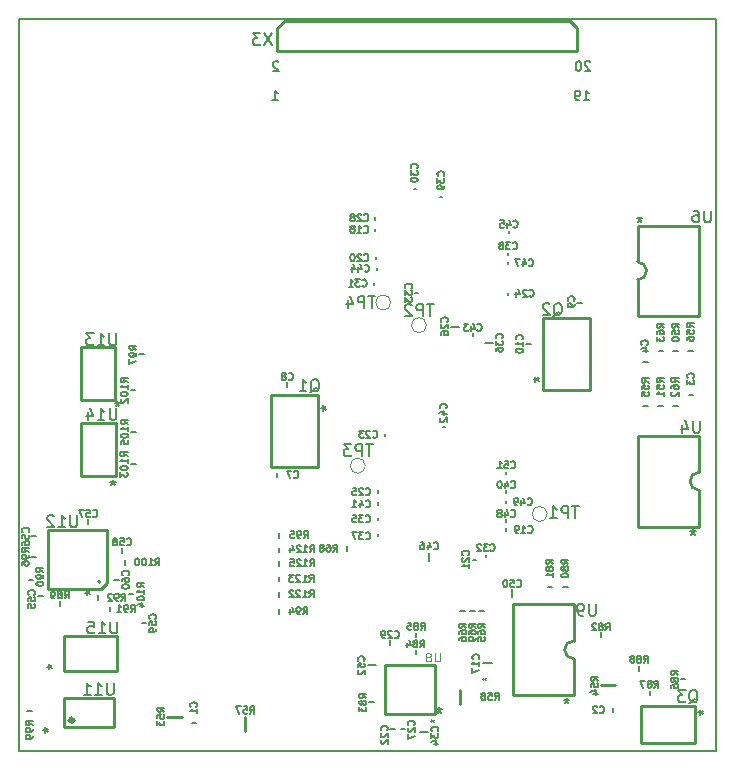
<source format=gbo>
G04 (created by PCBNEW (2013-03-19 BZR 4004)-stable) date 5/31/2013 11:48:04 AM*
%MOIN*%
G04 Gerber Fmt 3.4, Leading zero omitted, Abs format*
%FSLAX34Y34*%
G01*
G70*
G90*
G04 APERTURE LIST*
%ADD10C,0.006*%
%ADD11C,0.00787402*%
%ADD12C,0.0157*%
%ADD13C,0.00984252*%
%ADD14C,0.00393701*%
%ADD15C,0.0077*%
%ADD16C,0.00590551*%
%ADD17C,0.005*%
%ADD18C,0.00492126*%
%ADD19C,0.0049*%
G04 APERTURE END LIST*
G54D10*
G54D11*
X43307Y-26771D02*
X43307Y-51181D01*
X66535Y-26771D02*
X43307Y-26771D01*
X66535Y-51181D02*
X43307Y-51181D01*
X66535Y-51181D02*
X66535Y-26771D01*
G54D12*
X45122Y-50142D02*
G75*
G03X45122Y-50142I-55J0D01*
G74*
G01*
G54D13*
X46483Y-49394D02*
X46483Y-50378D01*
X46483Y-50378D02*
X44830Y-50378D01*
X44830Y-49394D02*
X46483Y-49394D01*
X44830Y-50378D02*
X44830Y-49394D01*
G54D14*
X54862Y-41657D02*
G75*
G03X54862Y-41657I-252J0D01*
G74*
G01*
X56901Y-36972D02*
G75*
G03X56901Y-36972I-252J0D01*
G74*
G01*
X60925Y-43263D02*
G75*
G03X60925Y-43263I-252J0D01*
G74*
G01*
X55712Y-36216D02*
G75*
G03X55712Y-36216I-252J0D01*
G74*
G01*
G54D13*
X65858Y-50915D02*
X64062Y-50915D01*
X65858Y-49655D02*
X64062Y-49655D01*
X64062Y-49655D02*
X64062Y-50915D01*
X65858Y-49655D02*
X65858Y-50915D01*
X63939Y-34861D02*
X63939Y-33655D01*
X63939Y-35461D02*
X63939Y-36665D01*
X64239Y-35161D02*
G75*
G02X63939Y-35461I-300J0D01*
G74*
G01*
X63939Y-34861D02*
G75*
G02X64239Y-35161I0J-300D01*
G74*
G01*
X63940Y-33650D02*
X65971Y-33650D01*
X65971Y-33655D02*
X65971Y-36667D01*
X65960Y-36672D02*
X63940Y-36672D01*
X61804Y-48091D02*
X61804Y-49297D01*
X61804Y-47491D02*
X61804Y-46287D01*
X61504Y-47791D02*
G75*
G02X61804Y-47491I300J0D01*
G74*
G01*
X61804Y-48091D02*
G75*
G02X61504Y-47791I0J300D01*
G74*
G01*
X61803Y-49301D02*
X59772Y-49301D01*
X59772Y-49297D02*
X59772Y-46285D01*
X59783Y-46280D02*
X61803Y-46280D01*
X60787Y-36744D02*
X62361Y-36744D01*
X62361Y-36744D02*
X62361Y-39145D01*
X62361Y-39145D02*
X60787Y-39145D01*
X60787Y-39145D02*
X60787Y-36744D01*
X53298Y-41696D02*
X51724Y-41696D01*
X51724Y-41696D02*
X51724Y-39295D01*
X51724Y-39295D02*
X53298Y-39295D01*
X53298Y-39295D02*
X53298Y-41696D01*
X48263Y-50039D02*
X48736Y-50039D01*
X58011Y-49133D02*
X58011Y-49606D01*
X62716Y-48976D02*
X63188Y-48976D01*
X50866Y-50511D02*
X50866Y-50039D01*
G54D15*
X55156Y-49547D02*
X55000Y-49547D01*
X56543Y-47944D02*
X56543Y-47788D01*
X56543Y-47221D02*
X56543Y-47377D01*
X61613Y-45708D02*
X61457Y-45708D01*
X65128Y-37844D02*
X65284Y-37844D01*
X65630Y-37844D02*
X65786Y-37844D01*
X64636Y-37844D02*
X64792Y-37844D01*
X58503Y-46496D02*
X58347Y-46496D01*
X54251Y-44487D02*
X54251Y-44331D01*
X47125Y-45944D02*
X46969Y-45944D01*
X43721Y-44704D02*
X43877Y-44704D01*
X45964Y-45965D02*
X45964Y-46121D01*
X44113Y-46003D02*
X43957Y-46003D01*
X44685Y-46162D02*
X44685Y-46318D01*
X46342Y-46515D02*
X46342Y-46359D01*
X43747Y-49818D02*
X43591Y-49818D01*
X51988Y-46437D02*
X51988Y-46593D01*
X51988Y-43898D02*
X51988Y-44054D01*
X47200Y-39145D02*
X47044Y-39145D01*
X47211Y-41602D02*
X47055Y-41602D01*
X47223Y-40523D02*
X47067Y-40523D01*
X47475Y-37940D02*
X47319Y-37940D01*
X46850Y-44959D02*
X46850Y-44803D01*
X65530Y-48779D02*
X65374Y-48779D01*
X64358Y-49158D02*
X64358Y-49314D01*
X63996Y-48327D02*
X63996Y-48483D01*
X62716Y-47205D02*
X62716Y-47361D01*
X61101Y-45708D02*
X60945Y-45708D01*
X58818Y-46496D02*
X58662Y-46496D01*
X64782Y-39673D02*
X64626Y-39673D01*
X65290Y-39673D02*
X65134Y-39673D01*
X64286Y-39673D02*
X64130Y-39673D01*
X58188Y-46496D02*
X58032Y-46496D01*
X59074Y-48228D02*
X58800Y-48228D01*
X56693Y-50531D02*
X56967Y-50531D01*
X56992Y-44563D02*
X56992Y-44837D01*
X57725Y-37027D02*
X57999Y-37027D01*
X58839Y-37559D02*
X59113Y-37559D01*
X43642Y-45452D02*
X43798Y-45452D01*
X43877Y-44015D02*
X43721Y-44015D01*
X65794Y-39307D02*
X65638Y-39307D01*
X45629Y-43601D02*
X45629Y-43445D01*
X49075Y-50236D02*
X49231Y-50236D01*
X46751Y-44566D02*
X46751Y-44410D01*
X64114Y-38208D02*
X64270Y-38208D01*
X46496Y-45452D02*
X46652Y-45452D01*
X47558Y-46909D02*
X47402Y-46909D01*
X56044Y-50433D02*
X56200Y-50433D01*
X63129Y-49725D02*
X63129Y-49881D01*
X55689Y-50433D02*
X55845Y-50433D01*
X55688Y-47481D02*
X55688Y-47637D01*
G54D16*
X59566Y-41929D02*
X59566Y-41850D01*
X59645Y-33897D02*
X59645Y-33818D01*
X55275Y-42480D02*
X55275Y-42559D01*
X55208Y-34696D02*
X55208Y-34775D01*
X59566Y-43523D02*
X59566Y-43444D01*
X55196Y-33759D02*
X55196Y-33838D01*
X55236Y-35051D02*
X55236Y-35129D01*
X55511Y-40590D02*
X55511Y-40669D01*
X56555Y-32437D02*
X56476Y-32437D01*
X59566Y-43818D02*
X59566Y-43740D01*
X59618Y-35968D02*
X59618Y-35889D01*
X55157Y-35551D02*
X55157Y-35629D01*
X55275Y-43385D02*
X55275Y-43464D01*
X58440Y-37244D02*
X58440Y-37322D01*
X58464Y-44783D02*
X58543Y-44783D01*
X58889Y-44704D02*
X58889Y-44625D01*
X55196Y-33375D02*
X55196Y-33454D01*
X55275Y-42874D02*
X55275Y-42952D01*
X57433Y-32688D02*
X57354Y-32688D01*
X59566Y-42913D02*
X59566Y-42834D01*
X59622Y-34933D02*
X59622Y-34854D01*
X59566Y-42559D02*
X59566Y-42480D01*
X57519Y-40354D02*
X57440Y-40354D01*
X59622Y-34629D02*
X59622Y-34551D01*
X55275Y-43937D02*
X55275Y-44015D01*
X56525Y-35885D02*
X56604Y-35885D01*
G54D17*
X45460Y-41985D02*
X45385Y-41985D01*
G54D13*
X45385Y-41985D02*
X45385Y-41235D01*
X45385Y-41235D02*
X45385Y-40235D01*
X45385Y-40235D02*
X46535Y-40235D01*
X46535Y-40235D02*
X46535Y-41985D01*
X46535Y-41985D02*
X46010Y-41985D01*
X46010Y-41985D02*
X45385Y-41985D01*
G54D17*
X45452Y-39465D02*
X45377Y-39465D01*
G54D13*
X45377Y-39465D02*
X45377Y-38715D01*
X45377Y-38715D02*
X45377Y-37715D01*
X45377Y-37715D02*
X46527Y-37715D01*
X46527Y-37715D02*
X46527Y-39465D01*
X46527Y-39465D02*
X46002Y-39465D01*
X46002Y-39465D02*
X45377Y-39465D01*
G54D15*
X51988Y-44843D02*
X51988Y-44999D01*
X51988Y-45355D02*
X51988Y-45511D01*
X51988Y-44390D02*
X51988Y-44546D01*
X51988Y-45866D02*
X51988Y-46022D01*
G54D13*
X45994Y-45521D02*
X45994Y-45511D01*
X45994Y-45511D02*
X45994Y-45501D01*
G54D10*
X46029Y-45514D02*
G75*
G03X46029Y-45514I-39J0D01*
G74*
G01*
G54D13*
X46235Y-45567D02*
X46235Y-43803D01*
X46039Y-45763D02*
X44275Y-45763D01*
X46039Y-45763D02*
X46235Y-45567D01*
X44275Y-43803D02*
X44275Y-45763D01*
X46235Y-43803D02*
X44275Y-43803D01*
X65981Y-42473D02*
X65981Y-43679D01*
X65981Y-41873D02*
X65981Y-40669D01*
X65681Y-42173D02*
G75*
G02X65981Y-41873I300J0D01*
G74*
G01*
X65981Y-42473D02*
G75*
G02X65681Y-42173I0J300D01*
G74*
G01*
X65980Y-43683D02*
X63950Y-43683D01*
X63950Y-43679D02*
X63950Y-40667D01*
X63960Y-40662D02*
X65980Y-40662D01*
G54D15*
X55215Y-48307D02*
X54941Y-48307D01*
X59763Y-45768D02*
X59763Y-46042D01*
X52263Y-39034D02*
X52263Y-38878D01*
X60225Y-37594D02*
X60381Y-37594D01*
X61933Y-36232D02*
X62089Y-36232D01*
X51909Y-42046D02*
X51909Y-41890D01*
G54D17*
X44833Y-47421D02*
X44833Y-47346D01*
G54D13*
X44833Y-47346D02*
X45583Y-47346D01*
X45583Y-47346D02*
X46583Y-47346D01*
X46583Y-47346D02*
X46583Y-48496D01*
X46583Y-48496D02*
X44833Y-48496D01*
X44833Y-48496D02*
X44833Y-47971D01*
X44833Y-47971D02*
X44833Y-47346D01*
X57185Y-48287D02*
X57185Y-49940D01*
X55531Y-49940D02*
X55531Y-48287D01*
X57185Y-48287D02*
X55531Y-48287D01*
X55531Y-49940D02*
X57185Y-49940D01*
X51929Y-27068D02*
X52179Y-26818D01*
X52179Y-26818D02*
X61679Y-26818D01*
X51929Y-27068D02*
X51929Y-27818D01*
X51929Y-27818D02*
X61929Y-27818D01*
X61929Y-27068D02*
X61929Y-27818D01*
X61929Y-27068D02*
X61679Y-26818D01*
G54D16*
X46471Y-48899D02*
X46471Y-49218D01*
X46452Y-49255D01*
X46434Y-49274D01*
X46396Y-49293D01*
X46321Y-49293D01*
X46284Y-49274D01*
X46265Y-49255D01*
X46246Y-49218D01*
X46246Y-48899D01*
X45853Y-49293D02*
X46077Y-49293D01*
X45965Y-49293D02*
X45965Y-48899D01*
X46002Y-48955D01*
X46040Y-48993D01*
X46077Y-49011D01*
X45478Y-49293D02*
X45703Y-49293D01*
X45590Y-49293D02*
X45590Y-48899D01*
X45628Y-48955D01*
X45665Y-48993D01*
X45703Y-49011D01*
X44123Y-50476D02*
X44217Y-50476D01*
X44180Y-50382D02*
X44217Y-50476D01*
X44180Y-50570D01*
X44292Y-50420D02*
X44217Y-50476D01*
X44292Y-50532D01*
X55103Y-40946D02*
X54878Y-40946D01*
X54990Y-41340D02*
X54990Y-40946D01*
X54746Y-41340D02*
X54746Y-40946D01*
X54596Y-40946D01*
X54559Y-40965D01*
X54540Y-40984D01*
X54521Y-41021D01*
X54521Y-41077D01*
X54540Y-41115D01*
X54559Y-41134D01*
X54596Y-41152D01*
X54746Y-41152D01*
X54390Y-40946D02*
X54146Y-40946D01*
X54278Y-41096D01*
X54221Y-41096D01*
X54184Y-41115D01*
X54165Y-41134D01*
X54146Y-41171D01*
X54146Y-41265D01*
X54165Y-41302D01*
X54184Y-41321D01*
X54221Y-41340D01*
X54334Y-41340D01*
X54371Y-41321D01*
X54390Y-41302D01*
X57136Y-36275D02*
X56911Y-36275D01*
X57024Y-36669D02*
X57024Y-36275D01*
X56780Y-36669D02*
X56780Y-36275D01*
X56630Y-36275D01*
X56592Y-36294D01*
X56574Y-36312D01*
X56555Y-36350D01*
X56555Y-36406D01*
X56574Y-36444D01*
X56592Y-36462D01*
X56630Y-36481D01*
X56780Y-36481D01*
X56405Y-36312D02*
X56386Y-36294D01*
X56349Y-36275D01*
X56255Y-36275D01*
X56217Y-36294D01*
X56199Y-36312D01*
X56180Y-36350D01*
X56180Y-36387D01*
X56199Y-36444D01*
X56424Y-36669D01*
X56180Y-36669D01*
X61977Y-43013D02*
X61752Y-43013D01*
X61864Y-43407D02*
X61864Y-43013D01*
X61620Y-43407D02*
X61620Y-43013D01*
X61470Y-43013D01*
X61433Y-43032D01*
X61414Y-43051D01*
X61395Y-43088D01*
X61395Y-43144D01*
X61414Y-43182D01*
X61433Y-43201D01*
X61470Y-43219D01*
X61620Y-43219D01*
X61020Y-43407D02*
X61245Y-43407D01*
X61133Y-43407D02*
X61133Y-43013D01*
X61170Y-43069D01*
X61208Y-43107D01*
X61245Y-43126D01*
X55189Y-36001D02*
X54964Y-36001D01*
X55077Y-36395D02*
X55077Y-36001D01*
X54833Y-36395D02*
X54833Y-36001D01*
X54683Y-36001D01*
X54646Y-36020D01*
X54627Y-36039D01*
X54608Y-36076D01*
X54608Y-36133D01*
X54627Y-36170D01*
X54646Y-36189D01*
X54683Y-36208D01*
X54833Y-36208D01*
X54271Y-36133D02*
X54271Y-36395D01*
X54364Y-35983D02*
X54458Y-36264D01*
X54214Y-36264D01*
X65647Y-49574D02*
X65685Y-49556D01*
X65722Y-49518D01*
X65778Y-49462D01*
X65816Y-49443D01*
X65853Y-49443D01*
X65835Y-49537D02*
X65872Y-49518D01*
X65910Y-49481D01*
X65928Y-49406D01*
X65928Y-49274D01*
X65910Y-49199D01*
X65872Y-49162D01*
X65835Y-49143D01*
X65760Y-49143D01*
X65722Y-49162D01*
X65685Y-49199D01*
X65666Y-49274D01*
X65666Y-49406D01*
X65685Y-49481D01*
X65722Y-49518D01*
X65760Y-49537D01*
X65835Y-49537D01*
X65535Y-49143D02*
X65291Y-49143D01*
X65422Y-49293D01*
X65366Y-49293D01*
X65329Y-49312D01*
X65310Y-49331D01*
X65291Y-49368D01*
X65291Y-49462D01*
X65310Y-49499D01*
X65329Y-49518D01*
X65366Y-49537D01*
X65479Y-49537D01*
X65516Y-49518D01*
X65535Y-49499D01*
X65946Y-49881D02*
X66040Y-49881D01*
X66002Y-49788D02*
X66040Y-49881D01*
X66002Y-49975D01*
X66115Y-49825D02*
X66040Y-49881D01*
X66115Y-49938D01*
X66386Y-33155D02*
X66386Y-33474D01*
X66367Y-33511D01*
X66349Y-33530D01*
X66311Y-33549D01*
X66236Y-33549D01*
X66199Y-33530D01*
X66180Y-33511D01*
X66161Y-33474D01*
X66161Y-33155D01*
X65805Y-33155D02*
X65880Y-33155D01*
X65917Y-33174D01*
X65936Y-33192D01*
X65974Y-33249D01*
X65992Y-33324D01*
X65992Y-33474D01*
X65974Y-33511D01*
X65955Y-33530D01*
X65917Y-33549D01*
X65842Y-33549D01*
X65805Y-33530D01*
X65786Y-33511D01*
X65767Y-33474D01*
X65767Y-33380D01*
X65786Y-33342D01*
X65805Y-33324D01*
X65842Y-33305D01*
X65917Y-33305D01*
X65955Y-33324D01*
X65974Y-33342D01*
X65992Y-33380D01*
X64007Y-33356D02*
X64007Y-33449D01*
X64101Y-33412D02*
X64007Y-33449D01*
X63914Y-33412D01*
X64064Y-33524D02*
X64007Y-33449D01*
X63951Y-33524D01*
X62544Y-46261D02*
X62544Y-46580D01*
X62525Y-46617D01*
X62506Y-46636D01*
X62469Y-46655D01*
X62394Y-46655D01*
X62356Y-46636D01*
X62337Y-46617D01*
X62319Y-46580D01*
X62319Y-46261D01*
X62112Y-46655D02*
X62037Y-46655D01*
X62000Y-46636D01*
X61981Y-46617D01*
X61944Y-46561D01*
X61925Y-46486D01*
X61925Y-46336D01*
X61944Y-46299D01*
X61962Y-46280D01*
X62000Y-46261D01*
X62075Y-46261D01*
X62112Y-46280D01*
X62131Y-46299D01*
X62150Y-46336D01*
X62150Y-46430D01*
X62131Y-46467D01*
X62112Y-46486D01*
X62075Y-46505D01*
X62000Y-46505D01*
X61962Y-46486D01*
X61944Y-46467D01*
X61925Y-46430D01*
X61574Y-49411D02*
X61574Y-49505D01*
X61668Y-49467D02*
X61574Y-49505D01*
X61481Y-49467D01*
X61631Y-49580D02*
X61574Y-49505D01*
X61518Y-49580D01*
X61128Y-36669D02*
X61165Y-36650D01*
X61203Y-36613D01*
X61259Y-36556D01*
X61296Y-36538D01*
X61334Y-36538D01*
X61315Y-36631D02*
X61353Y-36613D01*
X61390Y-36575D01*
X61409Y-36500D01*
X61409Y-36369D01*
X61390Y-36294D01*
X61353Y-36256D01*
X61315Y-36238D01*
X61240Y-36238D01*
X61203Y-36256D01*
X61165Y-36294D01*
X61146Y-36369D01*
X61146Y-36500D01*
X61165Y-36575D01*
X61203Y-36613D01*
X61240Y-36631D01*
X61315Y-36631D01*
X60996Y-36275D02*
X60978Y-36256D01*
X60940Y-36238D01*
X60846Y-36238D01*
X60809Y-36256D01*
X60790Y-36275D01*
X60771Y-36313D01*
X60771Y-36350D01*
X60790Y-36406D01*
X61015Y-36631D01*
X60771Y-36631D01*
X60474Y-38779D02*
X60568Y-38779D01*
X60530Y-38685D02*
X60568Y-38779D01*
X60530Y-38873D01*
X60643Y-38723D02*
X60568Y-38779D01*
X60643Y-38835D01*
X53029Y-39212D02*
X53067Y-39193D01*
X53104Y-39156D01*
X53160Y-39100D01*
X53198Y-39081D01*
X53235Y-39081D01*
X53217Y-39175D02*
X53254Y-39156D01*
X53292Y-39118D01*
X53310Y-39043D01*
X53310Y-38912D01*
X53292Y-38837D01*
X53254Y-38800D01*
X53217Y-38781D01*
X53142Y-38781D01*
X53104Y-38800D01*
X53067Y-38837D01*
X53048Y-38912D01*
X53048Y-39043D01*
X53067Y-39118D01*
X53104Y-39156D01*
X53142Y-39175D01*
X53217Y-39175D01*
X52673Y-39175D02*
X52898Y-39175D01*
X52785Y-39175D02*
X52785Y-38781D01*
X52823Y-38837D01*
X52860Y-38875D01*
X52898Y-38893D01*
X53395Y-39728D02*
X53489Y-39728D01*
X53451Y-39634D02*
X53489Y-39728D01*
X53451Y-39822D01*
X53564Y-39672D02*
X53489Y-39728D01*
X53564Y-39784D01*
X48162Y-49859D02*
X48050Y-49781D01*
X48162Y-49724D02*
X47926Y-49724D01*
X47926Y-49814D01*
X47937Y-49837D01*
X47948Y-49848D01*
X47971Y-49859D01*
X48005Y-49859D01*
X48027Y-49848D01*
X48038Y-49837D01*
X48050Y-49814D01*
X48050Y-49724D01*
X47926Y-50073D02*
X47926Y-49961D01*
X48038Y-49949D01*
X48027Y-49961D01*
X48016Y-49983D01*
X48016Y-50039D01*
X48027Y-50062D01*
X48038Y-50073D01*
X48061Y-50084D01*
X48117Y-50084D01*
X48140Y-50073D01*
X48151Y-50062D01*
X48162Y-50039D01*
X48162Y-49983D01*
X48151Y-49961D01*
X48140Y-49949D01*
X47926Y-50163D02*
X47926Y-50309D01*
X48016Y-50231D01*
X48016Y-50264D01*
X48027Y-50287D01*
X48038Y-50298D01*
X48061Y-50309D01*
X48117Y-50309D01*
X48140Y-50298D01*
X48151Y-50287D01*
X48162Y-50264D01*
X48162Y-50197D01*
X48151Y-50174D01*
X48140Y-50163D01*
X59179Y-49461D02*
X59258Y-49349D01*
X59314Y-49461D02*
X59314Y-49225D01*
X59224Y-49225D01*
X59201Y-49236D01*
X59190Y-49248D01*
X59179Y-49270D01*
X59179Y-49304D01*
X59190Y-49326D01*
X59201Y-49338D01*
X59224Y-49349D01*
X59314Y-49349D01*
X58965Y-49225D02*
X59078Y-49225D01*
X59089Y-49338D01*
X59078Y-49326D01*
X59055Y-49315D01*
X58999Y-49315D01*
X58976Y-49326D01*
X58965Y-49338D01*
X58954Y-49360D01*
X58954Y-49416D01*
X58965Y-49439D01*
X58976Y-49450D01*
X58999Y-49461D01*
X59055Y-49461D01*
X59078Y-49450D01*
X59089Y-49439D01*
X58819Y-49326D02*
X58841Y-49315D01*
X58853Y-49304D01*
X58864Y-49281D01*
X58864Y-49270D01*
X58853Y-49248D01*
X58841Y-49236D01*
X58819Y-49225D01*
X58774Y-49225D01*
X58751Y-49236D01*
X58740Y-49248D01*
X58729Y-49270D01*
X58729Y-49281D01*
X58740Y-49304D01*
X58751Y-49315D01*
X58774Y-49326D01*
X58819Y-49326D01*
X58841Y-49338D01*
X58853Y-49349D01*
X58864Y-49371D01*
X58864Y-49416D01*
X58853Y-49439D01*
X58841Y-49450D01*
X58819Y-49461D01*
X58774Y-49461D01*
X58751Y-49450D01*
X58740Y-49439D01*
X58729Y-49416D01*
X58729Y-49371D01*
X58740Y-49349D01*
X58751Y-49338D01*
X58774Y-49326D01*
X62615Y-48824D02*
X62502Y-48745D01*
X62615Y-48689D02*
X62379Y-48689D01*
X62379Y-48779D01*
X62390Y-48802D01*
X62401Y-48813D01*
X62424Y-48824D01*
X62457Y-48824D01*
X62480Y-48813D01*
X62491Y-48802D01*
X62502Y-48779D01*
X62502Y-48689D01*
X62379Y-49038D02*
X62379Y-48925D01*
X62491Y-48914D01*
X62480Y-48925D01*
X62469Y-48948D01*
X62469Y-49004D01*
X62480Y-49026D01*
X62491Y-49038D01*
X62514Y-49049D01*
X62570Y-49049D01*
X62592Y-49038D01*
X62604Y-49026D01*
X62615Y-49004D01*
X62615Y-48948D01*
X62604Y-48925D01*
X62592Y-48914D01*
X62457Y-49251D02*
X62615Y-49251D01*
X62367Y-49195D02*
X62536Y-49139D01*
X62536Y-49285D01*
X51017Y-49918D02*
X51096Y-49805D01*
X51152Y-49918D02*
X51152Y-49682D01*
X51062Y-49682D01*
X51040Y-49693D01*
X51029Y-49704D01*
X51017Y-49727D01*
X51017Y-49760D01*
X51029Y-49783D01*
X51040Y-49794D01*
X51062Y-49805D01*
X51152Y-49805D01*
X50804Y-49682D02*
X50916Y-49682D01*
X50928Y-49794D01*
X50916Y-49783D01*
X50894Y-49772D01*
X50838Y-49772D01*
X50815Y-49783D01*
X50804Y-49794D01*
X50793Y-49817D01*
X50793Y-49873D01*
X50804Y-49895D01*
X50815Y-49907D01*
X50838Y-49918D01*
X50894Y-49918D01*
X50916Y-49907D01*
X50928Y-49895D01*
X50714Y-49682D02*
X50556Y-49682D01*
X50658Y-49918D01*
X54898Y-49395D02*
X54786Y-49316D01*
X54898Y-49260D02*
X54662Y-49260D01*
X54662Y-49350D01*
X54673Y-49372D01*
X54685Y-49384D01*
X54707Y-49395D01*
X54741Y-49395D01*
X54763Y-49384D01*
X54775Y-49372D01*
X54786Y-49350D01*
X54786Y-49260D01*
X54763Y-49530D02*
X54752Y-49507D01*
X54741Y-49496D01*
X54718Y-49485D01*
X54707Y-49485D01*
X54685Y-49496D01*
X54673Y-49507D01*
X54662Y-49530D01*
X54662Y-49575D01*
X54673Y-49597D01*
X54685Y-49609D01*
X54707Y-49620D01*
X54718Y-49620D01*
X54741Y-49609D01*
X54752Y-49597D01*
X54763Y-49575D01*
X54763Y-49530D01*
X54775Y-49507D01*
X54786Y-49496D01*
X54808Y-49485D01*
X54853Y-49485D01*
X54876Y-49496D01*
X54887Y-49507D01*
X54898Y-49530D01*
X54898Y-49575D01*
X54887Y-49597D01*
X54876Y-49609D01*
X54853Y-49620D01*
X54808Y-49620D01*
X54786Y-49609D01*
X54775Y-49597D01*
X54763Y-49575D01*
X54662Y-49699D02*
X54662Y-49845D01*
X54752Y-49766D01*
X54752Y-49800D01*
X54763Y-49822D01*
X54775Y-49834D01*
X54797Y-49845D01*
X54853Y-49845D01*
X54876Y-49834D01*
X54887Y-49822D01*
X54898Y-49800D01*
X54898Y-49732D01*
X54887Y-49710D01*
X54876Y-49699D01*
X56691Y-47713D02*
X56769Y-47601D01*
X56826Y-47713D02*
X56826Y-47477D01*
X56736Y-47477D01*
X56713Y-47488D01*
X56702Y-47500D01*
X56691Y-47522D01*
X56691Y-47556D01*
X56702Y-47578D01*
X56713Y-47589D01*
X56736Y-47601D01*
X56826Y-47601D01*
X56556Y-47578D02*
X56578Y-47567D01*
X56589Y-47556D01*
X56601Y-47533D01*
X56601Y-47522D01*
X56589Y-47500D01*
X56578Y-47488D01*
X56556Y-47477D01*
X56511Y-47477D01*
X56488Y-47488D01*
X56477Y-47500D01*
X56466Y-47522D01*
X56466Y-47533D01*
X56477Y-47556D01*
X56488Y-47567D01*
X56511Y-47578D01*
X56556Y-47578D01*
X56578Y-47589D01*
X56589Y-47601D01*
X56601Y-47623D01*
X56601Y-47668D01*
X56589Y-47691D01*
X56578Y-47702D01*
X56556Y-47713D01*
X56511Y-47713D01*
X56488Y-47702D01*
X56477Y-47691D01*
X56466Y-47668D01*
X56466Y-47623D01*
X56477Y-47601D01*
X56488Y-47589D01*
X56511Y-47578D01*
X56263Y-47556D02*
X56263Y-47713D01*
X56320Y-47466D02*
X56376Y-47634D01*
X56230Y-47634D01*
X56714Y-47119D02*
X56793Y-47006D01*
X56849Y-47119D02*
X56849Y-46883D01*
X56759Y-46883D01*
X56737Y-46894D01*
X56726Y-46905D01*
X56714Y-46928D01*
X56714Y-46961D01*
X56726Y-46984D01*
X56737Y-46995D01*
X56759Y-47006D01*
X56849Y-47006D01*
X56579Y-46984D02*
X56602Y-46973D01*
X56613Y-46961D01*
X56624Y-46939D01*
X56624Y-46928D01*
X56613Y-46905D01*
X56602Y-46894D01*
X56579Y-46883D01*
X56534Y-46883D01*
X56512Y-46894D01*
X56501Y-46905D01*
X56489Y-46928D01*
X56489Y-46939D01*
X56501Y-46961D01*
X56512Y-46973D01*
X56534Y-46984D01*
X56579Y-46984D01*
X56602Y-46995D01*
X56613Y-47006D01*
X56624Y-47029D01*
X56624Y-47074D01*
X56613Y-47096D01*
X56602Y-47107D01*
X56579Y-47119D01*
X56534Y-47119D01*
X56512Y-47107D01*
X56501Y-47096D01*
X56489Y-47074D01*
X56489Y-47029D01*
X56501Y-47006D01*
X56512Y-46995D01*
X56534Y-46984D01*
X56276Y-46883D02*
X56388Y-46883D01*
X56399Y-46995D01*
X56388Y-46984D01*
X56366Y-46973D01*
X56309Y-46973D01*
X56287Y-46984D01*
X56276Y-46995D01*
X56264Y-47017D01*
X56264Y-47074D01*
X56276Y-47096D01*
X56287Y-47107D01*
X56309Y-47119D01*
X56366Y-47119D01*
X56388Y-47107D01*
X56399Y-47096D01*
X61631Y-44926D02*
X61518Y-44848D01*
X61631Y-44791D02*
X61394Y-44791D01*
X61394Y-44881D01*
X61406Y-44904D01*
X61417Y-44915D01*
X61439Y-44926D01*
X61473Y-44926D01*
X61496Y-44915D01*
X61507Y-44904D01*
X61518Y-44881D01*
X61518Y-44791D01*
X61496Y-45061D02*
X61484Y-45039D01*
X61473Y-45028D01*
X61451Y-45016D01*
X61439Y-45016D01*
X61417Y-45028D01*
X61406Y-45039D01*
X61394Y-45061D01*
X61394Y-45106D01*
X61406Y-45129D01*
X61417Y-45140D01*
X61439Y-45151D01*
X61451Y-45151D01*
X61473Y-45140D01*
X61484Y-45129D01*
X61496Y-45106D01*
X61496Y-45061D01*
X61507Y-45039D01*
X61518Y-45028D01*
X61541Y-45016D01*
X61586Y-45016D01*
X61608Y-45028D01*
X61619Y-45039D01*
X61631Y-45061D01*
X61631Y-45106D01*
X61619Y-45129D01*
X61608Y-45140D01*
X61586Y-45151D01*
X61541Y-45151D01*
X61518Y-45140D01*
X61507Y-45129D01*
X61496Y-45106D01*
X61394Y-45298D02*
X61394Y-45320D01*
X61406Y-45343D01*
X61417Y-45354D01*
X61439Y-45365D01*
X61484Y-45376D01*
X61541Y-45376D01*
X61586Y-45365D01*
X61608Y-45354D01*
X61619Y-45343D01*
X61631Y-45320D01*
X61631Y-45298D01*
X61619Y-45275D01*
X61608Y-45264D01*
X61586Y-45253D01*
X61541Y-45241D01*
X61484Y-45241D01*
X61439Y-45253D01*
X61417Y-45264D01*
X61406Y-45275D01*
X61394Y-45298D01*
X65323Y-37052D02*
X65211Y-36974D01*
X65323Y-36917D02*
X65087Y-36917D01*
X65087Y-37007D01*
X65098Y-37030D01*
X65110Y-37041D01*
X65132Y-37052D01*
X65166Y-37052D01*
X65188Y-37041D01*
X65200Y-37030D01*
X65211Y-37007D01*
X65211Y-36917D01*
X65087Y-37266D02*
X65087Y-37154D01*
X65200Y-37142D01*
X65188Y-37154D01*
X65177Y-37176D01*
X65177Y-37232D01*
X65188Y-37255D01*
X65200Y-37266D01*
X65222Y-37277D01*
X65278Y-37277D01*
X65301Y-37266D01*
X65312Y-37255D01*
X65323Y-37232D01*
X65323Y-37176D01*
X65312Y-37154D01*
X65301Y-37142D01*
X65087Y-37424D02*
X65087Y-37446D01*
X65098Y-37469D01*
X65110Y-37480D01*
X65132Y-37491D01*
X65177Y-37502D01*
X65233Y-37502D01*
X65278Y-37491D01*
X65301Y-37480D01*
X65312Y-37469D01*
X65323Y-37446D01*
X65323Y-37424D01*
X65312Y-37401D01*
X65301Y-37390D01*
X65278Y-37379D01*
X65233Y-37367D01*
X65177Y-37367D01*
X65132Y-37379D01*
X65110Y-37390D01*
X65098Y-37401D01*
X65087Y-37424D01*
X65812Y-37044D02*
X65699Y-36966D01*
X65812Y-36910D02*
X65575Y-36910D01*
X65575Y-37000D01*
X65587Y-37022D01*
X65598Y-37033D01*
X65620Y-37044D01*
X65654Y-37044D01*
X65677Y-37033D01*
X65688Y-37022D01*
X65699Y-37000D01*
X65699Y-36910D01*
X65575Y-37258D02*
X65575Y-37146D01*
X65688Y-37134D01*
X65677Y-37146D01*
X65665Y-37168D01*
X65665Y-37224D01*
X65677Y-37247D01*
X65688Y-37258D01*
X65710Y-37269D01*
X65767Y-37269D01*
X65789Y-37258D01*
X65800Y-37247D01*
X65812Y-37224D01*
X65812Y-37168D01*
X65800Y-37146D01*
X65789Y-37134D01*
X65575Y-37472D02*
X65575Y-37427D01*
X65587Y-37404D01*
X65598Y-37393D01*
X65632Y-37371D01*
X65677Y-37359D01*
X65767Y-37359D01*
X65789Y-37371D01*
X65800Y-37382D01*
X65812Y-37404D01*
X65812Y-37449D01*
X65800Y-37472D01*
X65789Y-37483D01*
X65767Y-37494D01*
X65710Y-37494D01*
X65688Y-37483D01*
X65677Y-37472D01*
X65665Y-37449D01*
X65665Y-37404D01*
X65677Y-37382D01*
X65688Y-37371D01*
X65710Y-37359D01*
X64820Y-37052D02*
X64707Y-36974D01*
X64820Y-36917D02*
X64583Y-36917D01*
X64583Y-37007D01*
X64595Y-37030D01*
X64606Y-37041D01*
X64628Y-37052D01*
X64662Y-37052D01*
X64685Y-37041D01*
X64696Y-37030D01*
X64707Y-37007D01*
X64707Y-36917D01*
X64583Y-37255D02*
X64583Y-37210D01*
X64595Y-37187D01*
X64606Y-37176D01*
X64640Y-37154D01*
X64685Y-37142D01*
X64775Y-37142D01*
X64797Y-37154D01*
X64808Y-37165D01*
X64820Y-37187D01*
X64820Y-37232D01*
X64808Y-37255D01*
X64797Y-37266D01*
X64775Y-37277D01*
X64718Y-37277D01*
X64696Y-37266D01*
X64685Y-37255D01*
X64673Y-37232D01*
X64673Y-37187D01*
X64685Y-37165D01*
X64696Y-37154D01*
X64718Y-37142D01*
X64583Y-37356D02*
X64583Y-37502D01*
X64673Y-37424D01*
X64673Y-37457D01*
X64685Y-37480D01*
X64696Y-37491D01*
X64718Y-37502D01*
X64775Y-37502D01*
X64797Y-37491D01*
X64808Y-37480D01*
X64820Y-37457D01*
X64820Y-37390D01*
X64808Y-37367D01*
X64797Y-37356D01*
X58540Y-47052D02*
X58428Y-46974D01*
X58540Y-46917D02*
X58304Y-46917D01*
X58304Y-47007D01*
X58315Y-47030D01*
X58326Y-47041D01*
X58349Y-47052D01*
X58383Y-47052D01*
X58405Y-47041D01*
X58416Y-47030D01*
X58428Y-47007D01*
X58428Y-46917D01*
X58304Y-47255D02*
X58304Y-47210D01*
X58315Y-47187D01*
X58326Y-47176D01*
X58360Y-47154D01*
X58405Y-47142D01*
X58495Y-47142D01*
X58517Y-47154D01*
X58529Y-47165D01*
X58540Y-47187D01*
X58540Y-47232D01*
X58529Y-47255D01*
X58517Y-47266D01*
X58495Y-47277D01*
X58439Y-47277D01*
X58416Y-47266D01*
X58405Y-47255D01*
X58394Y-47232D01*
X58394Y-47187D01*
X58405Y-47165D01*
X58416Y-47154D01*
X58439Y-47142D01*
X58540Y-47390D02*
X58540Y-47435D01*
X58529Y-47457D01*
X58517Y-47469D01*
X58484Y-47491D01*
X58439Y-47502D01*
X58349Y-47502D01*
X58326Y-47491D01*
X58315Y-47480D01*
X58304Y-47457D01*
X58304Y-47412D01*
X58315Y-47390D01*
X58326Y-47379D01*
X58349Y-47367D01*
X58405Y-47367D01*
X58428Y-47379D01*
X58439Y-47390D01*
X58450Y-47412D01*
X58450Y-47457D01*
X58439Y-47480D01*
X58428Y-47491D01*
X58405Y-47502D01*
X53793Y-44524D02*
X53872Y-44412D01*
X53928Y-44524D02*
X53928Y-44288D01*
X53838Y-44288D01*
X53816Y-44299D01*
X53804Y-44311D01*
X53793Y-44333D01*
X53793Y-44367D01*
X53804Y-44389D01*
X53816Y-44401D01*
X53838Y-44412D01*
X53928Y-44412D01*
X53591Y-44288D02*
X53636Y-44288D01*
X53658Y-44299D01*
X53669Y-44311D01*
X53692Y-44344D01*
X53703Y-44389D01*
X53703Y-44479D01*
X53692Y-44502D01*
X53681Y-44513D01*
X53658Y-44524D01*
X53613Y-44524D01*
X53591Y-44513D01*
X53579Y-44502D01*
X53568Y-44479D01*
X53568Y-44423D01*
X53579Y-44401D01*
X53591Y-44389D01*
X53613Y-44378D01*
X53658Y-44378D01*
X53681Y-44389D01*
X53692Y-44401D01*
X53703Y-44423D01*
X53433Y-44389D02*
X53456Y-44378D01*
X53467Y-44367D01*
X53478Y-44344D01*
X53478Y-44333D01*
X53467Y-44311D01*
X53456Y-44299D01*
X53433Y-44288D01*
X53388Y-44288D01*
X53366Y-44299D01*
X53354Y-44311D01*
X53343Y-44333D01*
X53343Y-44344D01*
X53354Y-44367D01*
X53366Y-44378D01*
X53388Y-44389D01*
X53433Y-44389D01*
X53456Y-44401D01*
X53467Y-44412D01*
X53478Y-44434D01*
X53478Y-44479D01*
X53467Y-44502D01*
X53456Y-44513D01*
X53433Y-44524D01*
X53388Y-44524D01*
X53366Y-44513D01*
X53354Y-44502D01*
X53343Y-44479D01*
X53343Y-44434D01*
X53354Y-44412D01*
X53366Y-44401D01*
X53388Y-44389D01*
X47497Y-45696D02*
X47384Y-45617D01*
X47497Y-45561D02*
X47260Y-45561D01*
X47260Y-45651D01*
X47272Y-45673D01*
X47283Y-45685D01*
X47305Y-45696D01*
X47339Y-45696D01*
X47362Y-45685D01*
X47373Y-45673D01*
X47384Y-45651D01*
X47384Y-45561D01*
X47497Y-45921D02*
X47497Y-45786D01*
X47497Y-45853D02*
X47260Y-45853D01*
X47294Y-45831D01*
X47317Y-45808D01*
X47328Y-45786D01*
X47260Y-46067D02*
X47260Y-46089D01*
X47272Y-46112D01*
X47283Y-46123D01*
X47305Y-46134D01*
X47350Y-46146D01*
X47407Y-46146D01*
X47452Y-46134D01*
X47474Y-46123D01*
X47485Y-46112D01*
X47497Y-46089D01*
X47497Y-46067D01*
X47485Y-46044D01*
X47474Y-46033D01*
X47452Y-46022D01*
X47407Y-46011D01*
X47350Y-46011D01*
X47305Y-46022D01*
X47283Y-46033D01*
X47272Y-46044D01*
X47260Y-46067D01*
X47339Y-46348D02*
X47497Y-46348D01*
X47249Y-46292D02*
X47418Y-46236D01*
X47418Y-46382D01*
X43638Y-44533D02*
X43526Y-44454D01*
X43638Y-44398D02*
X43402Y-44398D01*
X43402Y-44488D01*
X43413Y-44510D01*
X43425Y-44521D01*
X43447Y-44533D01*
X43481Y-44533D01*
X43503Y-44521D01*
X43515Y-44510D01*
X43526Y-44488D01*
X43526Y-44398D01*
X43638Y-44645D02*
X43638Y-44690D01*
X43627Y-44713D01*
X43616Y-44724D01*
X43582Y-44746D01*
X43537Y-44758D01*
X43447Y-44758D01*
X43425Y-44746D01*
X43413Y-44735D01*
X43402Y-44713D01*
X43402Y-44668D01*
X43413Y-44645D01*
X43425Y-44634D01*
X43447Y-44623D01*
X43503Y-44623D01*
X43526Y-44634D01*
X43537Y-44645D01*
X43548Y-44668D01*
X43548Y-44713D01*
X43537Y-44735D01*
X43526Y-44746D01*
X43503Y-44758D01*
X43402Y-44960D02*
X43402Y-44915D01*
X43413Y-44893D01*
X43425Y-44881D01*
X43458Y-44859D01*
X43503Y-44848D01*
X43593Y-44848D01*
X43616Y-44859D01*
X43627Y-44870D01*
X43638Y-44893D01*
X43638Y-44938D01*
X43627Y-44960D01*
X43616Y-44971D01*
X43593Y-44983D01*
X43537Y-44983D01*
X43515Y-44971D01*
X43503Y-44960D01*
X43492Y-44938D01*
X43492Y-44893D01*
X43503Y-44870D01*
X43515Y-44859D01*
X43537Y-44848D01*
X46726Y-46158D02*
X46805Y-46046D01*
X46861Y-46158D02*
X46861Y-45922D01*
X46771Y-45922D01*
X46749Y-45933D01*
X46737Y-45944D01*
X46726Y-45967D01*
X46726Y-46001D01*
X46737Y-46023D01*
X46749Y-46034D01*
X46771Y-46046D01*
X46861Y-46046D01*
X46614Y-46158D02*
X46569Y-46158D01*
X46546Y-46147D01*
X46535Y-46136D01*
X46512Y-46102D01*
X46501Y-46057D01*
X46501Y-45967D01*
X46512Y-45944D01*
X46524Y-45933D01*
X46546Y-45922D01*
X46591Y-45922D01*
X46614Y-45933D01*
X46625Y-45944D01*
X46636Y-45967D01*
X46636Y-46023D01*
X46625Y-46046D01*
X46614Y-46057D01*
X46591Y-46068D01*
X46546Y-46068D01*
X46524Y-46057D01*
X46512Y-46046D01*
X46501Y-46023D01*
X46411Y-45944D02*
X46400Y-45933D01*
X46377Y-45922D01*
X46321Y-45922D01*
X46299Y-45933D01*
X46287Y-45944D01*
X46276Y-45967D01*
X46276Y-45989D01*
X46287Y-46023D01*
X46422Y-46158D01*
X46276Y-46158D01*
X44131Y-45202D02*
X44018Y-45123D01*
X44131Y-45067D02*
X43894Y-45067D01*
X43894Y-45157D01*
X43906Y-45179D01*
X43917Y-45191D01*
X43939Y-45202D01*
X43973Y-45202D01*
X43996Y-45191D01*
X44007Y-45179D01*
X44018Y-45157D01*
X44018Y-45067D01*
X44131Y-45314D02*
X44131Y-45359D01*
X44119Y-45382D01*
X44108Y-45393D01*
X44074Y-45416D01*
X44029Y-45427D01*
X43939Y-45427D01*
X43917Y-45416D01*
X43906Y-45404D01*
X43894Y-45382D01*
X43894Y-45337D01*
X43906Y-45314D01*
X43917Y-45303D01*
X43939Y-45292D01*
X43996Y-45292D01*
X44018Y-45303D01*
X44029Y-45314D01*
X44041Y-45337D01*
X44041Y-45382D01*
X44029Y-45404D01*
X44018Y-45416D01*
X43996Y-45427D01*
X43894Y-45573D02*
X43894Y-45596D01*
X43906Y-45618D01*
X43917Y-45629D01*
X43939Y-45641D01*
X43984Y-45652D01*
X44041Y-45652D01*
X44086Y-45641D01*
X44108Y-45629D01*
X44119Y-45618D01*
X44131Y-45596D01*
X44131Y-45573D01*
X44119Y-45551D01*
X44108Y-45539D01*
X44086Y-45528D01*
X44041Y-45517D01*
X43984Y-45517D01*
X43939Y-45528D01*
X43917Y-45539D01*
X43906Y-45551D01*
X43894Y-45573D01*
X44836Y-46079D02*
X44915Y-45967D01*
X44971Y-46079D02*
X44971Y-45843D01*
X44881Y-45843D01*
X44859Y-45854D01*
X44848Y-45866D01*
X44836Y-45888D01*
X44836Y-45922D01*
X44848Y-45944D01*
X44859Y-45956D01*
X44881Y-45967D01*
X44971Y-45967D01*
X44701Y-45944D02*
X44724Y-45933D01*
X44735Y-45922D01*
X44746Y-45899D01*
X44746Y-45888D01*
X44735Y-45866D01*
X44724Y-45854D01*
X44701Y-45843D01*
X44656Y-45843D01*
X44634Y-45854D01*
X44623Y-45866D01*
X44611Y-45888D01*
X44611Y-45899D01*
X44623Y-45922D01*
X44634Y-45933D01*
X44656Y-45944D01*
X44701Y-45944D01*
X44724Y-45956D01*
X44735Y-45967D01*
X44746Y-45989D01*
X44746Y-46034D01*
X44735Y-46057D01*
X44724Y-46068D01*
X44701Y-46079D01*
X44656Y-46079D01*
X44634Y-46068D01*
X44623Y-46057D01*
X44611Y-46034D01*
X44611Y-45989D01*
X44623Y-45967D01*
X44634Y-45956D01*
X44656Y-45944D01*
X44499Y-46079D02*
X44454Y-46079D01*
X44431Y-46068D01*
X44420Y-46057D01*
X44398Y-46023D01*
X44386Y-45978D01*
X44386Y-45888D01*
X44398Y-45866D01*
X44409Y-45854D01*
X44431Y-45843D01*
X44476Y-45843D01*
X44499Y-45854D01*
X44510Y-45866D01*
X44521Y-45888D01*
X44521Y-45944D01*
X44510Y-45967D01*
X44499Y-45978D01*
X44476Y-45989D01*
X44431Y-45989D01*
X44409Y-45978D01*
X44398Y-45967D01*
X44386Y-45944D01*
X47045Y-46536D02*
X47124Y-46424D01*
X47180Y-46536D02*
X47180Y-46300D01*
X47090Y-46300D01*
X47068Y-46311D01*
X47056Y-46322D01*
X47045Y-46345D01*
X47045Y-46379D01*
X47056Y-46401D01*
X47068Y-46412D01*
X47090Y-46424D01*
X47180Y-46424D01*
X46933Y-46536D02*
X46888Y-46536D01*
X46865Y-46525D01*
X46854Y-46514D01*
X46831Y-46480D01*
X46820Y-46435D01*
X46820Y-46345D01*
X46831Y-46322D01*
X46843Y-46311D01*
X46865Y-46300D01*
X46910Y-46300D01*
X46933Y-46311D01*
X46944Y-46322D01*
X46955Y-46345D01*
X46955Y-46401D01*
X46944Y-46424D01*
X46933Y-46435D01*
X46910Y-46446D01*
X46865Y-46446D01*
X46843Y-46435D01*
X46831Y-46424D01*
X46820Y-46401D01*
X46595Y-46536D02*
X46730Y-46536D01*
X46663Y-46536D02*
X46663Y-46300D01*
X46685Y-46334D01*
X46708Y-46356D01*
X46730Y-46367D01*
X43772Y-50312D02*
X43660Y-50233D01*
X43772Y-50177D02*
X43536Y-50177D01*
X43536Y-50267D01*
X43547Y-50290D01*
X43559Y-50301D01*
X43581Y-50312D01*
X43615Y-50312D01*
X43637Y-50301D01*
X43649Y-50290D01*
X43660Y-50267D01*
X43660Y-50177D01*
X43772Y-50425D02*
X43772Y-50470D01*
X43761Y-50492D01*
X43750Y-50503D01*
X43716Y-50526D01*
X43671Y-50537D01*
X43581Y-50537D01*
X43559Y-50526D01*
X43547Y-50515D01*
X43536Y-50492D01*
X43536Y-50447D01*
X43547Y-50425D01*
X43559Y-50413D01*
X43581Y-50402D01*
X43637Y-50402D01*
X43660Y-50413D01*
X43671Y-50425D01*
X43682Y-50447D01*
X43682Y-50492D01*
X43671Y-50515D01*
X43660Y-50526D01*
X43637Y-50537D01*
X43772Y-50650D02*
X43772Y-50695D01*
X43761Y-50717D01*
X43750Y-50728D01*
X43716Y-50751D01*
X43671Y-50762D01*
X43581Y-50762D01*
X43559Y-50751D01*
X43547Y-50740D01*
X43536Y-50717D01*
X43536Y-50672D01*
X43547Y-50650D01*
X43559Y-50638D01*
X43581Y-50627D01*
X43637Y-50627D01*
X43660Y-50638D01*
X43671Y-50650D01*
X43682Y-50672D01*
X43682Y-50717D01*
X43671Y-50740D01*
X43660Y-50751D01*
X43637Y-50762D01*
X52793Y-46607D02*
X52872Y-46494D01*
X52928Y-46607D02*
X52928Y-46371D01*
X52838Y-46371D01*
X52816Y-46382D01*
X52804Y-46393D01*
X52793Y-46416D01*
X52793Y-46449D01*
X52804Y-46472D01*
X52816Y-46483D01*
X52838Y-46494D01*
X52928Y-46494D01*
X52681Y-46607D02*
X52636Y-46607D01*
X52613Y-46596D01*
X52602Y-46584D01*
X52579Y-46551D01*
X52568Y-46506D01*
X52568Y-46416D01*
X52579Y-46393D01*
X52591Y-46382D01*
X52613Y-46371D01*
X52658Y-46371D01*
X52681Y-46382D01*
X52692Y-46393D01*
X52703Y-46416D01*
X52703Y-46472D01*
X52692Y-46494D01*
X52681Y-46506D01*
X52658Y-46517D01*
X52613Y-46517D01*
X52591Y-46506D01*
X52579Y-46494D01*
X52568Y-46472D01*
X52366Y-46449D02*
X52366Y-46607D01*
X52422Y-46359D02*
X52478Y-46528D01*
X52332Y-46528D01*
X52809Y-44071D02*
X52888Y-43959D01*
X52944Y-44071D02*
X52944Y-43835D01*
X52854Y-43835D01*
X52831Y-43847D01*
X52820Y-43858D01*
X52809Y-43880D01*
X52809Y-43914D01*
X52820Y-43937D01*
X52831Y-43948D01*
X52854Y-43959D01*
X52944Y-43959D01*
X52696Y-44071D02*
X52651Y-44071D01*
X52629Y-44060D01*
X52618Y-44049D01*
X52595Y-44015D01*
X52584Y-43970D01*
X52584Y-43880D01*
X52595Y-43858D01*
X52606Y-43847D01*
X52629Y-43835D01*
X52674Y-43835D01*
X52696Y-43847D01*
X52708Y-43858D01*
X52719Y-43880D01*
X52719Y-43937D01*
X52708Y-43959D01*
X52696Y-43970D01*
X52674Y-43982D01*
X52629Y-43982D01*
X52606Y-43970D01*
X52595Y-43959D01*
X52584Y-43937D01*
X52370Y-43835D02*
X52483Y-43835D01*
X52494Y-43948D01*
X52483Y-43937D01*
X52460Y-43925D01*
X52404Y-43925D01*
X52381Y-43937D01*
X52370Y-43948D01*
X52359Y-43970D01*
X52359Y-44026D01*
X52370Y-44049D01*
X52381Y-44060D01*
X52404Y-44071D01*
X52460Y-44071D01*
X52483Y-44060D01*
X52494Y-44049D01*
X46942Y-38881D02*
X46829Y-38802D01*
X46942Y-38746D02*
X46705Y-38746D01*
X46705Y-38836D01*
X46717Y-38858D01*
X46728Y-38870D01*
X46750Y-38881D01*
X46784Y-38881D01*
X46807Y-38870D01*
X46818Y-38858D01*
X46829Y-38836D01*
X46829Y-38746D01*
X46942Y-39106D02*
X46942Y-38971D01*
X46942Y-39038D02*
X46705Y-39038D01*
X46739Y-39016D01*
X46762Y-38993D01*
X46773Y-38971D01*
X46705Y-39252D02*
X46705Y-39275D01*
X46717Y-39297D01*
X46728Y-39308D01*
X46750Y-39320D01*
X46795Y-39331D01*
X46852Y-39331D01*
X46897Y-39320D01*
X46919Y-39308D01*
X46930Y-39297D01*
X46942Y-39275D01*
X46942Y-39252D01*
X46930Y-39230D01*
X46919Y-39218D01*
X46897Y-39207D01*
X46852Y-39196D01*
X46795Y-39196D01*
X46750Y-39207D01*
X46728Y-39218D01*
X46717Y-39230D01*
X46705Y-39252D01*
X46728Y-39421D02*
X46717Y-39432D01*
X46705Y-39455D01*
X46705Y-39511D01*
X46717Y-39533D01*
X46728Y-39544D01*
X46750Y-39556D01*
X46773Y-39556D01*
X46807Y-39544D01*
X46942Y-39410D01*
X46942Y-39556D01*
X46938Y-41345D02*
X46825Y-41267D01*
X46938Y-41210D02*
X46701Y-41210D01*
X46701Y-41300D01*
X46713Y-41323D01*
X46724Y-41334D01*
X46746Y-41345D01*
X46780Y-41345D01*
X46803Y-41334D01*
X46814Y-41323D01*
X46825Y-41300D01*
X46825Y-41210D01*
X46938Y-41570D02*
X46938Y-41435D01*
X46938Y-41503D02*
X46701Y-41503D01*
X46735Y-41480D01*
X46758Y-41458D01*
X46769Y-41435D01*
X46701Y-41717D02*
X46701Y-41739D01*
X46713Y-41762D01*
X46724Y-41773D01*
X46746Y-41784D01*
X46791Y-41795D01*
X46848Y-41795D01*
X46893Y-41784D01*
X46915Y-41773D01*
X46926Y-41762D01*
X46938Y-41739D01*
X46938Y-41717D01*
X46926Y-41694D01*
X46915Y-41683D01*
X46893Y-41672D01*
X46848Y-41660D01*
X46791Y-41660D01*
X46746Y-41672D01*
X46724Y-41683D01*
X46713Y-41694D01*
X46701Y-41717D01*
X46701Y-41874D02*
X46701Y-42020D01*
X46791Y-41942D01*
X46791Y-41975D01*
X46803Y-41998D01*
X46814Y-42009D01*
X46836Y-42020D01*
X46893Y-42020D01*
X46915Y-42009D01*
X46926Y-41998D01*
X46938Y-41975D01*
X46938Y-41908D01*
X46926Y-41885D01*
X46915Y-41874D01*
X46957Y-40271D02*
X46845Y-40192D01*
X46957Y-40136D02*
X46721Y-40136D01*
X46721Y-40226D01*
X46732Y-40248D01*
X46744Y-40259D01*
X46766Y-40271D01*
X46800Y-40271D01*
X46822Y-40259D01*
X46834Y-40248D01*
X46845Y-40226D01*
X46845Y-40136D01*
X46957Y-40496D02*
X46957Y-40361D01*
X46957Y-40428D02*
X46721Y-40428D01*
X46755Y-40406D01*
X46777Y-40383D01*
X46789Y-40361D01*
X46721Y-40642D02*
X46721Y-40664D01*
X46732Y-40687D01*
X46744Y-40698D01*
X46766Y-40709D01*
X46811Y-40721D01*
X46867Y-40721D01*
X46912Y-40709D01*
X46935Y-40698D01*
X46946Y-40687D01*
X46957Y-40664D01*
X46957Y-40642D01*
X46946Y-40619D01*
X46935Y-40608D01*
X46912Y-40597D01*
X46867Y-40586D01*
X46811Y-40586D01*
X46766Y-40597D01*
X46744Y-40608D01*
X46732Y-40619D01*
X46721Y-40642D01*
X46721Y-40934D02*
X46721Y-40822D01*
X46834Y-40811D01*
X46822Y-40822D01*
X46811Y-40844D01*
X46811Y-40901D01*
X46822Y-40923D01*
X46834Y-40934D01*
X46856Y-40946D01*
X46912Y-40946D01*
X46935Y-40934D01*
X46946Y-40923D01*
X46957Y-40901D01*
X46957Y-40844D01*
X46946Y-40822D01*
X46935Y-40811D01*
X47233Y-37793D02*
X47120Y-37714D01*
X47233Y-37658D02*
X46997Y-37658D01*
X46997Y-37748D01*
X47008Y-37770D01*
X47019Y-37781D01*
X47042Y-37793D01*
X47075Y-37793D01*
X47098Y-37781D01*
X47109Y-37770D01*
X47120Y-37748D01*
X47120Y-37658D01*
X47233Y-37905D02*
X47233Y-37950D01*
X47222Y-37973D01*
X47210Y-37984D01*
X47177Y-38006D01*
X47132Y-38017D01*
X47042Y-38017D01*
X47019Y-38006D01*
X47008Y-37995D01*
X46997Y-37973D01*
X46997Y-37928D01*
X47008Y-37905D01*
X47019Y-37894D01*
X47042Y-37883D01*
X47098Y-37883D01*
X47120Y-37894D01*
X47132Y-37905D01*
X47143Y-37928D01*
X47143Y-37973D01*
X47132Y-37995D01*
X47120Y-38006D01*
X47098Y-38017D01*
X46997Y-38096D02*
X46997Y-38254D01*
X47233Y-38152D01*
X47862Y-44977D02*
X47941Y-44865D01*
X47997Y-44977D02*
X47997Y-44741D01*
X47907Y-44741D01*
X47885Y-44752D01*
X47874Y-44763D01*
X47862Y-44786D01*
X47862Y-44820D01*
X47874Y-44842D01*
X47885Y-44853D01*
X47907Y-44865D01*
X47997Y-44865D01*
X47637Y-44977D02*
X47772Y-44977D01*
X47705Y-44977D02*
X47705Y-44741D01*
X47727Y-44775D01*
X47750Y-44797D01*
X47772Y-44808D01*
X47491Y-44741D02*
X47469Y-44741D01*
X47446Y-44752D01*
X47435Y-44763D01*
X47424Y-44786D01*
X47412Y-44831D01*
X47412Y-44887D01*
X47424Y-44932D01*
X47435Y-44955D01*
X47446Y-44966D01*
X47469Y-44977D01*
X47491Y-44977D01*
X47514Y-44966D01*
X47525Y-44955D01*
X47536Y-44932D01*
X47547Y-44887D01*
X47547Y-44831D01*
X47536Y-44786D01*
X47525Y-44763D01*
X47514Y-44752D01*
X47491Y-44741D01*
X47266Y-44741D02*
X47244Y-44741D01*
X47221Y-44752D01*
X47210Y-44763D01*
X47199Y-44786D01*
X47187Y-44831D01*
X47187Y-44887D01*
X47199Y-44932D01*
X47210Y-44955D01*
X47221Y-44966D01*
X47244Y-44977D01*
X47266Y-44977D01*
X47289Y-44966D01*
X47300Y-44955D01*
X47311Y-44932D01*
X47322Y-44887D01*
X47322Y-44831D01*
X47311Y-44786D01*
X47300Y-44763D01*
X47289Y-44752D01*
X47266Y-44741D01*
X65292Y-48627D02*
X65179Y-48548D01*
X65292Y-48492D02*
X65056Y-48492D01*
X65056Y-48582D01*
X65067Y-48605D01*
X65078Y-48616D01*
X65101Y-48627D01*
X65134Y-48627D01*
X65157Y-48616D01*
X65168Y-48605D01*
X65179Y-48582D01*
X65179Y-48492D01*
X65157Y-48762D02*
X65146Y-48740D01*
X65134Y-48728D01*
X65112Y-48717D01*
X65101Y-48717D01*
X65078Y-48728D01*
X65067Y-48740D01*
X65056Y-48762D01*
X65056Y-48807D01*
X65067Y-48830D01*
X65078Y-48841D01*
X65101Y-48852D01*
X65112Y-48852D01*
X65134Y-48841D01*
X65146Y-48830D01*
X65157Y-48807D01*
X65157Y-48762D01*
X65168Y-48740D01*
X65179Y-48728D01*
X65202Y-48717D01*
X65247Y-48717D01*
X65269Y-48728D01*
X65281Y-48740D01*
X65292Y-48762D01*
X65292Y-48807D01*
X65281Y-48830D01*
X65269Y-48841D01*
X65247Y-48852D01*
X65202Y-48852D01*
X65179Y-48841D01*
X65168Y-48830D01*
X65157Y-48807D01*
X65056Y-49055D02*
X65056Y-49010D01*
X65067Y-48987D01*
X65078Y-48976D01*
X65112Y-48953D01*
X65157Y-48942D01*
X65247Y-48942D01*
X65269Y-48953D01*
X65281Y-48965D01*
X65292Y-48987D01*
X65292Y-49032D01*
X65281Y-49055D01*
X65269Y-49066D01*
X65247Y-49077D01*
X65191Y-49077D01*
X65168Y-49066D01*
X65157Y-49055D01*
X65146Y-49032D01*
X65146Y-48987D01*
X65157Y-48965D01*
X65168Y-48953D01*
X65191Y-48942D01*
X64494Y-49056D02*
X64573Y-48943D01*
X64629Y-49056D02*
X64629Y-48820D01*
X64539Y-48820D01*
X64516Y-48831D01*
X64505Y-48842D01*
X64494Y-48865D01*
X64494Y-48898D01*
X64505Y-48921D01*
X64516Y-48932D01*
X64539Y-48943D01*
X64629Y-48943D01*
X64359Y-48921D02*
X64381Y-48910D01*
X64393Y-48898D01*
X64404Y-48876D01*
X64404Y-48865D01*
X64393Y-48842D01*
X64381Y-48831D01*
X64359Y-48820D01*
X64314Y-48820D01*
X64291Y-48831D01*
X64280Y-48842D01*
X64269Y-48865D01*
X64269Y-48876D01*
X64280Y-48898D01*
X64291Y-48910D01*
X64314Y-48921D01*
X64359Y-48921D01*
X64381Y-48932D01*
X64393Y-48943D01*
X64404Y-48966D01*
X64404Y-49011D01*
X64393Y-49033D01*
X64381Y-49044D01*
X64359Y-49056D01*
X64314Y-49056D01*
X64291Y-49044D01*
X64280Y-49033D01*
X64269Y-49011D01*
X64269Y-48966D01*
X64280Y-48943D01*
X64291Y-48932D01*
X64314Y-48921D01*
X64190Y-48820D02*
X64033Y-48820D01*
X64134Y-49056D01*
X64147Y-48225D02*
X64226Y-48113D01*
X64282Y-48225D02*
X64282Y-47989D01*
X64192Y-47989D01*
X64170Y-48000D01*
X64159Y-48011D01*
X64147Y-48034D01*
X64147Y-48068D01*
X64159Y-48090D01*
X64170Y-48101D01*
X64192Y-48113D01*
X64282Y-48113D01*
X64012Y-48090D02*
X64035Y-48079D01*
X64046Y-48068D01*
X64057Y-48045D01*
X64057Y-48034D01*
X64046Y-48011D01*
X64035Y-48000D01*
X64012Y-47989D01*
X63967Y-47989D01*
X63945Y-48000D01*
X63934Y-48011D01*
X63922Y-48034D01*
X63922Y-48045D01*
X63934Y-48068D01*
X63945Y-48079D01*
X63967Y-48090D01*
X64012Y-48090D01*
X64035Y-48101D01*
X64046Y-48113D01*
X64057Y-48135D01*
X64057Y-48180D01*
X64046Y-48203D01*
X64035Y-48214D01*
X64012Y-48225D01*
X63967Y-48225D01*
X63945Y-48214D01*
X63934Y-48203D01*
X63922Y-48180D01*
X63922Y-48135D01*
X63934Y-48113D01*
X63945Y-48101D01*
X63967Y-48090D01*
X63787Y-48090D02*
X63810Y-48079D01*
X63821Y-48068D01*
X63832Y-48045D01*
X63832Y-48034D01*
X63821Y-48011D01*
X63810Y-48000D01*
X63787Y-47989D01*
X63742Y-47989D01*
X63720Y-48000D01*
X63709Y-48011D01*
X63697Y-48034D01*
X63697Y-48045D01*
X63709Y-48068D01*
X63720Y-48079D01*
X63742Y-48090D01*
X63787Y-48090D01*
X63810Y-48101D01*
X63821Y-48113D01*
X63832Y-48135D01*
X63832Y-48180D01*
X63821Y-48203D01*
X63810Y-48214D01*
X63787Y-48225D01*
X63742Y-48225D01*
X63720Y-48214D01*
X63709Y-48203D01*
X63697Y-48180D01*
X63697Y-48135D01*
X63709Y-48113D01*
X63720Y-48101D01*
X63742Y-48090D01*
X62868Y-47142D02*
X62947Y-47030D01*
X63003Y-47142D02*
X63003Y-46906D01*
X62913Y-46906D01*
X62890Y-46917D01*
X62879Y-46929D01*
X62868Y-46951D01*
X62868Y-46985D01*
X62879Y-47007D01*
X62890Y-47019D01*
X62913Y-47030D01*
X63003Y-47030D01*
X62733Y-47007D02*
X62755Y-46996D01*
X62767Y-46985D01*
X62778Y-46962D01*
X62778Y-46951D01*
X62767Y-46929D01*
X62755Y-46917D01*
X62733Y-46906D01*
X62688Y-46906D01*
X62665Y-46917D01*
X62654Y-46929D01*
X62643Y-46951D01*
X62643Y-46962D01*
X62654Y-46985D01*
X62665Y-46996D01*
X62688Y-47007D01*
X62733Y-47007D01*
X62755Y-47019D01*
X62767Y-47030D01*
X62778Y-47052D01*
X62778Y-47097D01*
X62767Y-47120D01*
X62755Y-47131D01*
X62733Y-47142D01*
X62688Y-47142D01*
X62665Y-47131D01*
X62654Y-47120D01*
X62643Y-47097D01*
X62643Y-47052D01*
X62654Y-47030D01*
X62665Y-47019D01*
X62688Y-47007D01*
X62553Y-46929D02*
X62542Y-46917D01*
X62519Y-46906D01*
X62463Y-46906D01*
X62440Y-46917D01*
X62429Y-46929D01*
X62418Y-46951D01*
X62418Y-46974D01*
X62429Y-47007D01*
X62564Y-47142D01*
X62418Y-47142D01*
X61119Y-44926D02*
X61006Y-44848D01*
X61119Y-44791D02*
X60883Y-44791D01*
X60883Y-44881D01*
X60894Y-44904D01*
X60905Y-44915D01*
X60928Y-44926D01*
X60961Y-44926D01*
X60984Y-44915D01*
X60995Y-44904D01*
X61006Y-44881D01*
X61006Y-44791D01*
X60984Y-45061D02*
X60973Y-45039D01*
X60961Y-45028D01*
X60939Y-45016D01*
X60928Y-45016D01*
X60905Y-45028D01*
X60894Y-45039D01*
X60883Y-45061D01*
X60883Y-45106D01*
X60894Y-45129D01*
X60905Y-45140D01*
X60928Y-45151D01*
X60939Y-45151D01*
X60961Y-45140D01*
X60973Y-45129D01*
X60984Y-45106D01*
X60984Y-45061D01*
X60995Y-45039D01*
X61006Y-45028D01*
X61029Y-45016D01*
X61074Y-45016D01*
X61096Y-45028D01*
X61107Y-45039D01*
X61119Y-45061D01*
X61119Y-45106D01*
X61107Y-45129D01*
X61096Y-45140D01*
X61074Y-45151D01*
X61029Y-45151D01*
X61006Y-45140D01*
X60995Y-45129D01*
X60984Y-45106D01*
X61119Y-45376D02*
X61119Y-45241D01*
X61119Y-45309D02*
X60883Y-45309D01*
X60916Y-45286D01*
X60939Y-45264D01*
X60950Y-45241D01*
X58855Y-47052D02*
X58742Y-46974D01*
X58855Y-46917D02*
X58619Y-46917D01*
X58619Y-47007D01*
X58630Y-47030D01*
X58641Y-47041D01*
X58664Y-47052D01*
X58697Y-47052D01*
X58720Y-47041D01*
X58731Y-47030D01*
X58742Y-47007D01*
X58742Y-46917D01*
X58619Y-47255D02*
X58619Y-47210D01*
X58630Y-47187D01*
X58641Y-47176D01*
X58675Y-47154D01*
X58720Y-47142D01*
X58810Y-47142D01*
X58832Y-47154D01*
X58844Y-47165D01*
X58855Y-47187D01*
X58855Y-47232D01*
X58844Y-47255D01*
X58832Y-47266D01*
X58810Y-47277D01*
X58754Y-47277D01*
X58731Y-47266D01*
X58720Y-47255D01*
X58709Y-47232D01*
X58709Y-47187D01*
X58720Y-47165D01*
X58731Y-47154D01*
X58754Y-47142D01*
X58619Y-47491D02*
X58619Y-47379D01*
X58731Y-47367D01*
X58720Y-47379D01*
X58709Y-47401D01*
X58709Y-47457D01*
X58720Y-47480D01*
X58731Y-47491D01*
X58754Y-47502D01*
X58810Y-47502D01*
X58832Y-47491D01*
X58844Y-47480D01*
X58855Y-47457D01*
X58855Y-47401D01*
X58844Y-47379D01*
X58832Y-47367D01*
X64808Y-38875D02*
X64695Y-38796D01*
X64808Y-38740D02*
X64571Y-38740D01*
X64571Y-38830D01*
X64583Y-38853D01*
X64594Y-38864D01*
X64616Y-38875D01*
X64650Y-38875D01*
X64673Y-38864D01*
X64684Y-38853D01*
X64695Y-38830D01*
X64695Y-38740D01*
X64571Y-39089D02*
X64571Y-38976D01*
X64684Y-38965D01*
X64673Y-38976D01*
X64661Y-38999D01*
X64661Y-39055D01*
X64673Y-39078D01*
X64684Y-39089D01*
X64706Y-39100D01*
X64763Y-39100D01*
X64785Y-39089D01*
X64796Y-39078D01*
X64808Y-39055D01*
X64808Y-38999D01*
X64796Y-38976D01*
X64785Y-38965D01*
X64808Y-39325D02*
X64808Y-39190D01*
X64808Y-39258D02*
X64571Y-39258D01*
X64605Y-39235D01*
X64628Y-39213D01*
X64639Y-39190D01*
X65304Y-38879D02*
X65191Y-38800D01*
X65304Y-38744D02*
X65068Y-38744D01*
X65068Y-38834D01*
X65079Y-38857D01*
X65090Y-38868D01*
X65113Y-38879D01*
X65146Y-38879D01*
X65169Y-38868D01*
X65180Y-38857D01*
X65191Y-38834D01*
X65191Y-38744D01*
X65068Y-39082D02*
X65068Y-39037D01*
X65079Y-39014D01*
X65090Y-39003D01*
X65124Y-38980D01*
X65169Y-38969D01*
X65259Y-38969D01*
X65281Y-38980D01*
X65293Y-38992D01*
X65304Y-39014D01*
X65304Y-39059D01*
X65293Y-39082D01*
X65281Y-39093D01*
X65259Y-39104D01*
X65203Y-39104D01*
X65180Y-39093D01*
X65169Y-39082D01*
X65158Y-39059D01*
X65158Y-39014D01*
X65169Y-38992D01*
X65180Y-38980D01*
X65203Y-38969D01*
X65090Y-39194D02*
X65079Y-39205D01*
X65068Y-39228D01*
X65068Y-39284D01*
X65079Y-39307D01*
X65090Y-39318D01*
X65113Y-39329D01*
X65135Y-39329D01*
X65169Y-39318D01*
X65304Y-39183D01*
X65304Y-39329D01*
X64308Y-38883D02*
X64195Y-38804D01*
X64308Y-38748D02*
X64071Y-38748D01*
X64071Y-38838D01*
X64083Y-38861D01*
X64094Y-38872D01*
X64116Y-38883D01*
X64150Y-38883D01*
X64173Y-38872D01*
X64184Y-38861D01*
X64195Y-38838D01*
X64195Y-38748D01*
X64071Y-39097D02*
X64071Y-38984D01*
X64184Y-38973D01*
X64173Y-38984D01*
X64161Y-39007D01*
X64161Y-39063D01*
X64173Y-39086D01*
X64184Y-39097D01*
X64206Y-39108D01*
X64263Y-39108D01*
X64285Y-39097D01*
X64296Y-39086D01*
X64308Y-39063D01*
X64308Y-39007D01*
X64296Y-38984D01*
X64285Y-38973D01*
X64071Y-39322D02*
X64071Y-39209D01*
X64184Y-39198D01*
X64173Y-39209D01*
X64161Y-39232D01*
X64161Y-39288D01*
X64173Y-39311D01*
X64184Y-39322D01*
X64206Y-39333D01*
X64263Y-39333D01*
X64285Y-39322D01*
X64296Y-39311D01*
X64308Y-39288D01*
X64308Y-39232D01*
X64296Y-39209D01*
X64285Y-39198D01*
X58225Y-47052D02*
X58113Y-46974D01*
X58225Y-46917D02*
X57989Y-46917D01*
X57989Y-47007D01*
X58000Y-47030D01*
X58011Y-47041D01*
X58034Y-47052D01*
X58068Y-47052D01*
X58090Y-47041D01*
X58101Y-47030D01*
X58113Y-47007D01*
X58113Y-46917D01*
X57989Y-47255D02*
X57989Y-47210D01*
X58000Y-47187D01*
X58011Y-47176D01*
X58045Y-47154D01*
X58090Y-47142D01*
X58180Y-47142D01*
X58203Y-47154D01*
X58214Y-47165D01*
X58225Y-47187D01*
X58225Y-47232D01*
X58214Y-47255D01*
X58203Y-47266D01*
X58180Y-47277D01*
X58124Y-47277D01*
X58101Y-47266D01*
X58090Y-47255D01*
X58079Y-47232D01*
X58079Y-47187D01*
X58090Y-47165D01*
X58101Y-47154D01*
X58124Y-47142D01*
X57989Y-47480D02*
X57989Y-47435D01*
X58000Y-47412D01*
X58011Y-47401D01*
X58045Y-47379D01*
X58090Y-47367D01*
X58180Y-47367D01*
X58203Y-47379D01*
X58214Y-47390D01*
X58225Y-47412D01*
X58225Y-47457D01*
X58214Y-47480D01*
X58203Y-47491D01*
X58180Y-47502D01*
X58124Y-47502D01*
X58101Y-47491D01*
X58090Y-47480D01*
X58079Y-47457D01*
X58079Y-47412D01*
X58090Y-47390D01*
X58101Y-47379D01*
X58124Y-47367D01*
X58645Y-48096D02*
X58657Y-48084D01*
X58668Y-48051D01*
X58668Y-48028D01*
X58657Y-47994D01*
X58634Y-47972D01*
X58612Y-47961D01*
X58567Y-47949D01*
X58533Y-47949D01*
X58488Y-47961D01*
X58465Y-47972D01*
X58443Y-47994D01*
X58432Y-48028D01*
X58432Y-48051D01*
X58443Y-48084D01*
X58454Y-48096D01*
X58668Y-48321D02*
X58668Y-48186D01*
X58668Y-48253D02*
X58432Y-48253D01*
X58465Y-48231D01*
X58488Y-48208D01*
X58499Y-48186D01*
X58432Y-48399D02*
X58432Y-48557D01*
X58668Y-48456D01*
G54D18*
X58749Y-48769D02*
X58824Y-48769D01*
X58794Y-48722D02*
X58824Y-48769D01*
X58794Y-48816D01*
X58884Y-48741D02*
X58824Y-48769D01*
X58884Y-48797D01*
G54D16*
X57273Y-50501D02*
X57285Y-50490D01*
X57296Y-50456D01*
X57296Y-50434D01*
X57285Y-50400D01*
X57262Y-50377D01*
X57240Y-50366D01*
X57195Y-50355D01*
X57161Y-50355D01*
X57116Y-50366D01*
X57093Y-50377D01*
X57071Y-50400D01*
X57060Y-50434D01*
X57060Y-50456D01*
X57071Y-50490D01*
X57082Y-50501D01*
X57060Y-50580D02*
X57060Y-50726D01*
X57150Y-50647D01*
X57150Y-50681D01*
X57161Y-50704D01*
X57172Y-50715D01*
X57195Y-50726D01*
X57251Y-50726D01*
X57273Y-50715D01*
X57285Y-50704D01*
X57296Y-50681D01*
X57296Y-50614D01*
X57285Y-50591D01*
X57273Y-50580D01*
X57138Y-50929D02*
X57296Y-50929D01*
X57048Y-50872D02*
X57217Y-50816D01*
X57217Y-50962D01*
G54D18*
X57013Y-50161D02*
X57088Y-50161D01*
X57058Y-50114D02*
X57088Y-50161D01*
X57058Y-50208D01*
X57148Y-50133D02*
X57088Y-50161D01*
X57148Y-50189D01*
G54D16*
X57140Y-44423D02*
X57151Y-44434D01*
X57185Y-44446D01*
X57207Y-44446D01*
X57241Y-44434D01*
X57263Y-44412D01*
X57275Y-44389D01*
X57286Y-44344D01*
X57286Y-44311D01*
X57275Y-44266D01*
X57263Y-44243D01*
X57241Y-44221D01*
X57207Y-44209D01*
X57185Y-44209D01*
X57151Y-44221D01*
X57140Y-44232D01*
X56937Y-44288D02*
X56937Y-44446D01*
X56993Y-44198D02*
X57050Y-44367D01*
X56903Y-44367D01*
X56712Y-44209D02*
X56757Y-44209D01*
X56780Y-44221D01*
X56791Y-44232D01*
X56813Y-44266D01*
X56825Y-44311D01*
X56825Y-44401D01*
X56813Y-44423D01*
X56802Y-44434D01*
X56780Y-44446D01*
X56735Y-44446D01*
X56712Y-44434D01*
X56701Y-44423D01*
X56690Y-44401D01*
X56690Y-44344D01*
X56701Y-44322D01*
X56712Y-44311D01*
X56735Y-44299D01*
X56780Y-44299D01*
X56802Y-44311D01*
X56813Y-44322D01*
X56825Y-44344D01*
X57592Y-36856D02*
X57604Y-36844D01*
X57615Y-36811D01*
X57615Y-36788D01*
X57604Y-36754D01*
X57581Y-36732D01*
X57559Y-36721D01*
X57514Y-36709D01*
X57480Y-36709D01*
X57435Y-36721D01*
X57412Y-36732D01*
X57390Y-36754D01*
X57379Y-36788D01*
X57379Y-36811D01*
X57390Y-36844D01*
X57401Y-36856D01*
X57401Y-36946D02*
X57390Y-36957D01*
X57379Y-36979D01*
X57379Y-37035D01*
X57390Y-37058D01*
X57401Y-37069D01*
X57424Y-37080D01*
X57446Y-37080D01*
X57480Y-37069D01*
X57615Y-36934D01*
X57615Y-37080D01*
X57379Y-37283D02*
X57379Y-37238D01*
X57390Y-37215D01*
X57401Y-37204D01*
X57435Y-37182D01*
X57480Y-37170D01*
X57570Y-37170D01*
X57592Y-37182D01*
X57604Y-37193D01*
X57615Y-37215D01*
X57615Y-37260D01*
X57604Y-37283D01*
X57592Y-37294D01*
X57570Y-37305D01*
X57514Y-37305D01*
X57491Y-37294D01*
X57480Y-37283D01*
X57469Y-37260D01*
X57469Y-37215D01*
X57480Y-37193D01*
X57491Y-37182D01*
X57514Y-37170D01*
X59423Y-37407D02*
X59434Y-37395D01*
X59446Y-37362D01*
X59446Y-37339D01*
X59434Y-37305D01*
X59412Y-37283D01*
X59389Y-37272D01*
X59344Y-37260D01*
X59311Y-37260D01*
X59266Y-37272D01*
X59243Y-37283D01*
X59221Y-37305D01*
X59209Y-37339D01*
X59209Y-37362D01*
X59221Y-37395D01*
X59232Y-37407D01*
X59209Y-37485D02*
X59209Y-37632D01*
X59299Y-37553D01*
X59299Y-37587D01*
X59311Y-37609D01*
X59322Y-37620D01*
X59344Y-37632D01*
X59401Y-37632D01*
X59423Y-37620D01*
X59434Y-37609D01*
X59446Y-37587D01*
X59446Y-37519D01*
X59434Y-37497D01*
X59423Y-37485D01*
X59209Y-37834D02*
X59209Y-37789D01*
X59221Y-37767D01*
X59232Y-37755D01*
X59266Y-37733D01*
X59311Y-37722D01*
X59401Y-37722D01*
X59423Y-37733D01*
X59434Y-37744D01*
X59446Y-37767D01*
X59446Y-37812D01*
X59434Y-37834D01*
X59423Y-37845D01*
X59401Y-37857D01*
X59344Y-37857D01*
X59322Y-37845D01*
X59311Y-37834D01*
X59299Y-37812D01*
X59299Y-37767D01*
X59311Y-37744D01*
X59322Y-37733D01*
X59344Y-37722D01*
X43832Y-45950D02*
X43844Y-45939D01*
X43855Y-45905D01*
X43855Y-45883D01*
X43844Y-45849D01*
X43821Y-45826D01*
X43799Y-45815D01*
X43754Y-45804D01*
X43720Y-45804D01*
X43675Y-45815D01*
X43652Y-45826D01*
X43630Y-45849D01*
X43619Y-45883D01*
X43619Y-45905D01*
X43630Y-45939D01*
X43641Y-45950D01*
X43619Y-46164D02*
X43619Y-46051D01*
X43731Y-46040D01*
X43720Y-46051D01*
X43709Y-46074D01*
X43709Y-46130D01*
X43720Y-46152D01*
X43731Y-46164D01*
X43754Y-46175D01*
X43810Y-46175D01*
X43832Y-46164D01*
X43844Y-46152D01*
X43855Y-46130D01*
X43855Y-46074D01*
X43844Y-46051D01*
X43832Y-46040D01*
X43619Y-46389D02*
X43619Y-46276D01*
X43731Y-46265D01*
X43720Y-46276D01*
X43709Y-46299D01*
X43709Y-46355D01*
X43720Y-46377D01*
X43731Y-46389D01*
X43754Y-46400D01*
X43810Y-46400D01*
X43832Y-46389D01*
X43844Y-46377D01*
X43855Y-46355D01*
X43855Y-46299D01*
X43844Y-46276D01*
X43832Y-46265D01*
X43636Y-43863D02*
X43647Y-43852D01*
X43658Y-43818D01*
X43658Y-43796D01*
X43647Y-43762D01*
X43624Y-43740D01*
X43602Y-43728D01*
X43557Y-43717D01*
X43523Y-43717D01*
X43478Y-43728D01*
X43456Y-43740D01*
X43433Y-43762D01*
X43422Y-43796D01*
X43422Y-43818D01*
X43433Y-43852D01*
X43444Y-43863D01*
X43422Y-44077D02*
X43422Y-43965D01*
X43534Y-43953D01*
X43523Y-43965D01*
X43512Y-43987D01*
X43512Y-44043D01*
X43523Y-44066D01*
X43534Y-44077D01*
X43557Y-44088D01*
X43613Y-44088D01*
X43636Y-44077D01*
X43647Y-44066D01*
X43658Y-44043D01*
X43658Y-43987D01*
X43647Y-43965D01*
X43636Y-43953D01*
X43422Y-44291D02*
X43422Y-44246D01*
X43433Y-44223D01*
X43444Y-44212D01*
X43478Y-44190D01*
X43523Y-44178D01*
X43613Y-44178D01*
X43636Y-44190D01*
X43647Y-44201D01*
X43658Y-44223D01*
X43658Y-44268D01*
X43647Y-44291D01*
X43636Y-44302D01*
X43613Y-44313D01*
X43557Y-44313D01*
X43534Y-44302D01*
X43523Y-44291D01*
X43512Y-44268D01*
X43512Y-44223D01*
X43523Y-44201D01*
X43534Y-44190D01*
X43557Y-44178D01*
X65793Y-38720D02*
X65804Y-38709D01*
X65816Y-38675D01*
X65816Y-38652D01*
X65804Y-38619D01*
X65782Y-38596D01*
X65759Y-38585D01*
X65714Y-38574D01*
X65681Y-38574D01*
X65636Y-38585D01*
X65613Y-38596D01*
X65591Y-38619D01*
X65579Y-38652D01*
X65579Y-38675D01*
X65591Y-38709D01*
X65602Y-38720D01*
X65579Y-38799D02*
X65579Y-38945D01*
X65669Y-38866D01*
X65669Y-38900D01*
X65681Y-38922D01*
X65692Y-38934D01*
X65714Y-38945D01*
X65771Y-38945D01*
X65793Y-38934D01*
X65804Y-38922D01*
X65816Y-38900D01*
X65816Y-38832D01*
X65804Y-38810D01*
X65793Y-38799D01*
X45781Y-43340D02*
X45793Y-43352D01*
X45826Y-43363D01*
X45849Y-43363D01*
X45883Y-43352D01*
X45905Y-43329D01*
X45916Y-43307D01*
X45928Y-43262D01*
X45928Y-43228D01*
X45916Y-43183D01*
X45905Y-43160D01*
X45883Y-43138D01*
X45849Y-43127D01*
X45826Y-43127D01*
X45793Y-43138D01*
X45781Y-43149D01*
X45568Y-43127D02*
X45680Y-43127D01*
X45691Y-43239D01*
X45680Y-43228D01*
X45658Y-43217D01*
X45601Y-43217D01*
X45579Y-43228D01*
X45568Y-43239D01*
X45556Y-43262D01*
X45556Y-43318D01*
X45568Y-43340D01*
X45579Y-43352D01*
X45601Y-43363D01*
X45658Y-43363D01*
X45680Y-43352D01*
X45691Y-43340D01*
X45478Y-43127D02*
X45320Y-43127D01*
X45421Y-43363D01*
X49226Y-49685D02*
X49237Y-49673D01*
X49249Y-49640D01*
X49249Y-49617D01*
X49237Y-49583D01*
X49215Y-49561D01*
X49192Y-49550D01*
X49147Y-49538D01*
X49114Y-49538D01*
X49069Y-49550D01*
X49046Y-49561D01*
X49024Y-49583D01*
X49012Y-49617D01*
X49012Y-49640D01*
X49024Y-49673D01*
X49035Y-49685D01*
X49249Y-49910D02*
X49249Y-49775D01*
X49249Y-49842D02*
X49012Y-49842D01*
X49046Y-49820D01*
X49069Y-49797D01*
X49080Y-49775D01*
X46903Y-44285D02*
X46915Y-44296D01*
X46948Y-44308D01*
X46971Y-44308D01*
X47005Y-44296D01*
X47027Y-44274D01*
X47038Y-44251D01*
X47050Y-44206D01*
X47050Y-44173D01*
X47038Y-44128D01*
X47027Y-44105D01*
X47005Y-44083D01*
X46971Y-44071D01*
X46948Y-44071D01*
X46915Y-44083D01*
X46903Y-44094D01*
X46690Y-44071D02*
X46802Y-44071D01*
X46813Y-44184D01*
X46802Y-44173D01*
X46780Y-44161D01*
X46723Y-44161D01*
X46701Y-44173D01*
X46690Y-44184D01*
X46678Y-44206D01*
X46678Y-44263D01*
X46690Y-44285D01*
X46701Y-44296D01*
X46723Y-44308D01*
X46780Y-44308D01*
X46802Y-44296D01*
X46813Y-44285D01*
X46543Y-44173D02*
X46566Y-44161D01*
X46577Y-44150D01*
X46588Y-44128D01*
X46588Y-44116D01*
X46577Y-44094D01*
X46566Y-44083D01*
X46543Y-44071D01*
X46498Y-44071D01*
X46476Y-44083D01*
X46465Y-44094D01*
X46453Y-44116D01*
X46453Y-44128D01*
X46465Y-44150D01*
X46476Y-44161D01*
X46498Y-44173D01*
X46543Y-44173D01*
X46566Y-44184D01*
X46577Y-44195D01*
X46588Y-44218D01*
X46588Y-44263D01*
X46577Y-44285D01*
X46566Y-44296D01*
X46543Y-44308D01*
X46498Y-44308D01*
X46476Y-44296D01*
X46465Y-44285D01*
X46453Y-44263D01*
X46453Y-44218D01*
X46465Y-44195D01*
X46476Y-44184D01*
X46498Y-44173D01*
X64266Y-37618D02*
X64277Y-37606D01*
X64288Y-37573D01*
X64288Y-37550D01*
X64277Y-37516D01*
X64254Y-37494D01*
X64232Y-37483D01*
X64187Y-37471D01*
X64153Y-37471D01*
X64108Y-37483D01*
X64086Y-37494D01*
X64063Y-37516D01*
X64052Y-37550D01*
X64052Y-37573D01*
X64063Y-37606D01*
X64074Y-37618D01*
X64131Y-37820D02*
X64288Y-37820D01*
X64041Y-37764D02*
X64209Y-37708D01*
X64209Y-37854D01*
X46962Y-45300D02*
X46974Y-45289D01*
X46985Y-45255D01*
X46985Y-45233D01*
X46974Y-45199D01*
X46951Y-45177D01*
X46929Y-45165D01*
X46884Y-45154D01*
X46850Y-45154D01*
X46805Y-45165D01*
X46782Y-45177D01*
X46760Y-45199D01*
X46749Y-45233D01*
X46749Y-45255D01*
X46760Y-45289D01*
X46771Y-45300D01*
X46749Y-45503D02*
X46749Y-45458D01*
X46760Y-45435D01*
X46771Y-45424D01*
X46805Y-45402D01*
X46850Y-45390D01*
X46940Y-45390D01*
X46962Y-45402D01*
X46974Y-45413D01*
X46985Y-45435D01*
X46985Y-45480D01*
X46974Y-45503D01*
X46962Y-45514D01*
X46940Y-45525D01*
X46884Y-45525D01*
X46861Y-45514D01*
X46850Y-45503D01*
X46839Y-45480D01*
X46839Y-45435D01*
X46850Y-45413D01*
X46861Y-45402D01*
X46884Y-45390D01*
X46749Y-45672D02*
X46749Y-45694D01*
X46760Y-45717D01*
X46771Y-45728D01*
X46794Y-45739D01*
X46839Y-45750D01*
X46895Y-45750D01*
X46940Y-45739D01*
X46962Y-45728D01*
X46974Y-45717D01*
X46985Y-45694D01*
X46985Y-45672D01*
X46974Y-45649D01*
X46962Y-45638D01*
X46940Y-45627D01*
X46895Y-45615D01*
X46839Y-45615D01*
X46794Y-45627D01*
X46771Y-45638D01*
X46760Y-45649D01*
X46749Y-45672D01*
X47868Y-46757D02*
X47879Y-46746D01*
X47890Y-46712D01*
X47890Y-46690D01*
X47879Y-46656D01*
X47857Y-46633D01*
X47834Y-46622D01*
X47789Y-46611D01*
X47755Y-46611D01*
X47710Y-46622D01*
X47688Y-46633D01*
X47665Y-46656D01*
X47654Y-46690D01*
X47654Y-46712D01*
X47665Y-46746D01*
X47677Y-46757D01*
X47654Y-46971D02*
X47654Y-46858D01*
X47767Y-46847D01*
X47755Y-46858D01*
X47744Y-46881D01*
X47744Y-46937D01*
X47755Y-46960D01*
X47767Y-46971D01*
X47789Y-46982D01*
X47845Y-46982D01*
X47868Y-46971D01*
X47879Y-46960D01*
X47890Y-46937D01*
X47890Y-46881D01*
X47879Y-46858D01*
X47868Y-46847D01*
X47890Y-47095D02*
X47890Y-47140D01*
X47879Y-47162D01*
X47868Y-47173D01*
X47834Y-47196D01*
X47789Y-47207D01*
X47699Y-47207D01*
X47677Y-47196D01*
X47665Y-47185D01*
X47654Y-47162D01*
X47654Y-47117D01*
X47665Y-47095D01*
X47677Y-47083D01*
X47699Y-47072D01*
X47755Y-47072D01*
X47778Y-47083D01*
X47789Y-47095D01*
X47800Y-47117D01*
X47800Y-47162D01*
X47789Y-47185D01*
X47778Y-47196D01*
X47755Y-47207D01*
X56490Y-50300D02*
X56501Y-50289D01*
X56512Y-50255D01*
X56512Y-50233D01*
X56501Y-50199D01*
X56479Y-50177D01*
X56456Y-50165D01*
X56411Y-50154D01*
X56377Y-50154D01*
X56332Y-50165D01*
X56310Y-50177D01*
X56287Y-50199D01*
X56276Y-50233D01*
X56276Y-50255D01*
X56287Y-50289D01*
X56299Y-50300D01*
X56299Y-50390D02*
X56287Y-50402D01*
X56276Y-50424D01*
X56276Y-50480D01*
X56287Y-50503D01*
X56299Y-50514D01*
X56321Y-50525D01*
X56344Y-50525D01*
X56377Y-50514D01*
X56512Y-50379D01*
X56512Y-50525D01*
X56276Y-50604D02*
X56276Y-50762D01*
X56512Y-50660D01*
X62677Y-49876D02*
X62688Y-49887D01*
X62722Y-49898D01*
X62744Y-49898D01*
X62778Y-49887D01*
X62800Y-49865D01*
X62812Y-49842D01*
X62823Y-49797D01*
X62823Y-49763D01*
X62812Y-49718D01*
X62800Y-49696D01*
X62778Y-49673D01*
X62744Y-49662D01*
X62722Y-49662D01*
X62688Y-49673D01*
X62677Y-49685D01*
X62587Y-49685D02*
X62575Y-49673D01*
X62553Y-49662D01*
X62497Y-49662D01*
X62474Y-49673D01*
X62463Y-49685D01*
X62452Y-49707D01*
X62452Y-49730D01*
X62463Y-49763D01*
X62598Y-49898D01*
X62452Y-49898D01*
X55584Y-50478D02*
X55596Y-50466D01*
X55607Y-50433D01*
X55607Y-50410D01*
X55596Y-50376D01*
X55573Y-50354D01*
X55551Y-50343D01*
X55506Y-50331D01*
X55472Y-50331D01*
X55427Y-50343D01*
X55404Y-50354D01*
X55382Y-50376D01*
X55371Y-50410D01*
X55371Y-50433D01*
X55382Y-50466D01*
X55393Y-50478D01*
X55393Y-50568D02*
X55382Y-50579D01*
X55371Y-50601D01*
X55371Y-50658D01*
X55382Y-50680D01*
X55393Y-50691D01*
X55416Y-50703D01*
X55438Y-50703D01*
X55472Y-50691D01*
X55607Y-50556D01*
X55607Y-50703D01*
X55393Y-50793D02*
X55382Y-50804D01*
X55371Y-50826D01*
X55371Y-50883D01*
X55382Y-50905D01*
X55393Y-50916D01*
X55416Y-50928D01*
X55438Y-50928D01*
X55472Y-50916D01*
X55607Y-50781D01*
X55607Y-50928D01*
X55844Y-47372D02*
X55856Y-47383D01*
X55889Y-47394D01*
X55912Y-47394D01*
X55946Y-47383D01*
X55968Y-47361D01*
X55979Y-47338D01*
X55991Y-47293D01*
X55991Y-47259D01*
X55979Y-47214D01*
X55968Y-47192D01*
X55946Y-47169D01*
X55912Y-47158D01*
X55889Y-47158D01*
X55856Y-47169D01*
X55844Y-47181D01*
X55754Y-47181D02*
X55743Y-47169D01*
X55721Y-47158D01*
X55664Y-47158D01*
X55642Y-47169D01*
X55631Y-47181D01*
X55619Y-47203D01*
X55619Y-47226D01*
X55631Y-47259D01*
X55766Y-47394D01*
X55619Y-47394D01*
X55507Y-47394D02*
X55462Y-47394D01*
X55439Y-47383D01*
X55428Y-47372D01*
X55406Y-47338D01*
X55394Y-47293D01*
X55394Y-47203D01*
X55406Y-47181D01*
X55417Y-47169D01*
X55439Y-47158D01*
X55484Y-47158D01*
X55507Y-47169D01*
X55518Y-47181D01*
X55529Y-47203D01*
X55529Y-47259D01*
X55518Y-47282D01*
X55507Y-47293D01*
X55484Y-47304D01*
X55439Y-47304D01*
X55417Y-47293D01*
X55406Y-47282D01*
X55394Y-47259D01*
X59718Y-41726D02*
X59730Y-41737D01*
X59763Y-41749D01*
X59786Y-41749D01*
X59820Y-41737D01*
X59842Y-41715D01*
X59853Y-41692D01*
X59865Y-41647D01*
X59865Y-41614D01*
X59853Y-41569D01*
X59842Y-41546D01*
X59820Y-41524D01*
X59786Y-41512D01*
X59763Y-41512D01*
X59730Y-41524D01*
X59718Y-41535D01*
X59505Y-41512D02*
X59617Y-41512D01*
X59628Y-41625D01*
X59617Y-41614D01*
X59595Y-41602D01*
X59538Y-41602D01*
X59516Y-41614D01*
X59505Y-41625D01*
X59493Y-41647D01*
X59493Y-41704D01*
X59505Y-41726D01*
X59516Y-41737D01*
X59538Y-41749D01*
X59595Y-41749D01*
X59617Y-41737D01*
X59628Y-41726D01*
X59268Y-41749D02*
X59403Y-41749D01*
X59336Y-41749D02*
X59336Y-41512D01*
X59358Y-41546D01*
X59381Y-41569D01*
X59403Y-41580D01*
X59797Y-33695D02*
X59808Y-33706D01*
X59842Y-33717D01*
X59865Y-33717D01*
X59898Y-33706D01*
X59921Y-33683D01*
X59932Y-33661D01*
X59943Y-33616D01*
X59943Y-33582D01*
X59932Y-33537D01*
X59921Y-33515D01*
X59898Y-33492D01*
X59865Y-33481D01*
X59842Y-33481D01*
X59808Y-33492D01*
X59797Y-33503D01*
X59595Y-33560D02*
X59595Y-33717D01*
X59651Y-33470D02*
X59707Y-33638D01*
X59561Y-33638D01*
X59358Y-33481D02*
X59471Y-33481D01*
X59482Y-33593D01*
X59471Y-33582D01*
X59448Y-33571D01*
X59392Y-33571D01*
X59370Y-33582D01*
X59358Y-33593D01*
X59347Y-33616D01*
X59347Y-33672D01*
X59358Y-33695D01*
X59370Y-33706D01*
X59392Y-33717D01*
X59448Y-33717D01*
X59471Y-33706D01*
X59482Y-33695D01*
X54876Y-42612D02*
X54887Y-42623D01*
X54921Y-42634D01*
X54943Y-42634D01*
X54977Y-42623D01*
X55000Y-42601D01*
X55011Y-42578D01*
X55022Y-42533D01*
X55022Y-42500D01*
X55011Y-42455D01*
X55000Y-42432D01*
X54977Y-42410D01*
X54943Y-42398D01*
X54921Y-42398D01*
X54887Y-42410D01*
X54876Y-42421D01*
X54786Y-42421D02*
X54775Y-42410D01*
X54752Y-42398D01*
X54696Y-42398D01*
X54673Y-42410D01*
X54662Y-42421D01*
X54651Y-42443D01*
X54651Y-42466D01*
X54662Y-42500D01*
X54797Y-42634D01*
X54651Y-42634D01*
X54437Y-42398D02*
X54550Y-42398D01*
X54561Y-42511D01*
X54550Y-42500D01*
X54527Y-42488D01*
X54471Y-42488D01*
X54448Y-42500D01*
X54437Y-42511D01*
X54426Y-42533D01*
X54426Y-42589D01*
X54437Y-42612D01*
X54448Y-42623D01*
X54471Y-42634D01*
X54527Y-42634D01*
X54550Y-42623D01*
X54561Y-42612D01*
X54817Y-34817D02*
X54828Y-34828D01*
X54862Y-34839D01*
X54884Y-34839D01*
X54918Y-34828D01*
X54940Y-34805D01*
X54952Y-34783D01*
X54963Y-34738D01*
X54963Y-34704D01*
X54952Y-34659D01*
X54940Y-34637D01*
X54918Y-34614D01*
X54884Y-34603D01*
X54862Y-34603D01*
X54828Y-34614D01*
X54817Y-34625D01*
X54727Y-34625D02*
X54715Y-34614D01*
X54693Y-34603D01*
X54637Y-34603D01*
X54614Y-34614D01*
X54603Y-34625D01*
X54592Y-34648D01*
X54592Y-34670D01*
X54603Y-34704D01*
X54738Y-34839D01*
X54592Y-34839D01*
X54446Y-34603D02*
X54423Y-34603D01*
X54401Y-34614D01*
X54389Y-34625D01*
X54378Y-34648D01*
X54367Y-34693D01*
X54367Y-34749D01*
X54378Y-34794D01*
X54389Y-34817D01*
X54401Y-34828D01*
X54423Y-34839D01*
X54446Y-34839D01*
X54468Y-34828D01*
X54479Y-34817D01*
X54491Y-34794D01*
X54502Y-34749D01*
X54502Y-34693D01*
X54491Y-34648D01*
X54479Y-34625D01*
X54468Y-34614D01*
X54446Y-34603D01*
X59718Y-43340D02*
X59730Y-43352D01*
X59763Y-43363D01*
X59786Y-43363D01*
X59820Y-43352D01*
X59842Y-43329D01*
X59853Y-43307D01*
X59865Y-43262D01*
X59865Y-43228D01*
X59853Y-43183D01*
X59842Y-43160D01*
X59820Y-43138D01*
X59786Y-43127D01*
X59763Y-43127D01*
X59730Y-43138D01*
X59718Y-43149D01*
X59516Y-43205D02*
X59516Y-43363D01*
X59572Y-43115D02*
X59628Y-43284D01*
X59482Y-43284D01*
X59358Y-43228D02*
X59381Y-43217D01*
X59392Y-43205D01*
X59403Y-43183D01*
X59403Y-43172D01*
X59392Y-43149D01*
X59381Y-43138D01*
X59358Y-43127D01*
X59313Y-43127D01*
X59291Y-43138D01*
X59280Y-43149D01*
X59268Y-43172D01*
X59268Y-43183D01*
X59280Y-43205D01*
X59291Y-43217D01*
X59313Y-43228D01*
X59358Y-43228D01*
X59381Y-43239D01*
X59392Y-43250D01*
X59403Y-43273D01*
X59403Y-43318D01*
X59392Y-43340D01*
X59381Y-43352D01*
X59358Y-43363D01*
X59313Y-43363D01*
X59291Y-43352D01*
X59280Y-43340D01*
X59268Y-43318D01*
X59268Y-43273D01*
X59280Y-43250D01*
X59291Y-43239D01*
X59313Y-43228D01*
X54817Y-33872D02*
X54828Y-33883D01*
X54862Y-33894D01*
X54884Y-33894D01*
X54918Y-33883D01*
X54940Y-33861D01*
X54952Y-33838D01*
X54963Y-33793D01*
X54963Y-33759D01*
X54952Y-33714D01*
X54940Y-33692D01*
X54918Y-33669D01*
X54884Y-33658D01*
X54862Y-33658D01*
X54828Y-33669D01*
X54817Y-33681D01*
X54592Y-33894D02*
X54727Y-33894D01*
X54659Y-33894D02*
X54659Y-33658D01*
X54682Y-33692D01*
X54704Y-33714D01*
X54727Y-33726D01*
X54457Y-33759D02*
X54479Y-33748D01*
X54491Y-33737D01*
X54502Y-33714D01*
X54502Y-33703D01*
X54491Y-33681D01*
X54479Y-33669D01*
X54457Y-33658D01*
X54412Y-33658D01*
X54389Y-33669D01*
X54378Y-33681D01*
X54367Y-33703D01*
X54367Y-33714D01*
X54378Y-33737D01*
X54389Y-33748D01*
X54412Y-33759D01*
X54457Y-33759D01*
X54479Y-33771D01*
X54491Y-33782D01*
X54502Y-33804D01*
X54502Y-33849D01*
X54491Y-33872D01*
X54479Y-33883D01*
X54457Y-33894D01*
X54412Y-33894D01*
X54389Y-33883D01*
X54378Y-33872D01*
X54367Y-33849D01*
X54367Y-33804D01*
X54378Y-33782D01*
X54389Y-33771D01*
X54412Y-33759D01*
X54836Y-35171D02*
X54848Y-35182D01*
X54881Y-35194D01*
X54904Y-35194D01*
X54938Y-35182D01*
X54960Y-35160D01*
X54971Y-35137D01*
X54983Y-35092D01*
X54983Y-35059D01*
X54971Y-35014D01*
X54960Y-34991D01*
X54938Y-34969D01*
X54904Y-34957D01*
X54881Y-34957D01*
X54848Y-34969D01*
X54836Y-34980D01*
X54634Y-35036D02*
X54634Y-35194D01*
X54690Y-34946D02*
X54746Y-35115D01*
X54600Y-35115D01*
X54409Y-35036D02*
X54409Y-35194D01*
X54465Y-34946D02*
X54521Y-35115D01*
X54375Y-35115D01*
X55112Y-40703D02*
X55123Y-40714D01*
X55157Y-40725D01*
X55179Y-40725D01*
X55213Y-40714D01*
X55236Y-40691D01*
X55247Y-40669D01*
X55258Y-40624D01*
X55258Y-40590D01*
X55247Y-40545D01*
X55236Y-40523D01*
X55213Y-40500D01*
X55179Y-40489D01*
X55157Y-40489D01*
X55123Y-40500D01*
X55112Y-40511D01*
X55022Y-40511D02*
X55011Y-40500D01*
X54988Y-40489D01*
X54932Y-40489D01*
X54910Y-40500D01*
X54898Y-40511D01*
X54887Y-40534D01*
X54887Y-40556D01*
X54898Y-40590D01*
X55033Y-40725D01*
X54887Y-40725D01*
X54808Y-40489D02*
X54662Y-40489D01*
X54741Y-40579D01*
X54707Y-40579D01*
X54685Y-40590D01*
X54673Y-40601D01*
X54662Y-40624D01*
X54662Y-40680D01*
X54673Y-40703D01*
X54685Y-40714D01*
X54707Y-40725D01*
X54775Y-40725D01*
X54797Y-40714D01*
X54808Y-40703D01*
X56588Y-31737D02*
X56600Y-31726D01*
X56611Y-31692D01*
X56611Y-31670D01*
X56600Y-31636D01*
X56577Y-31614D01*
X56555Y-31602D01*
X56510Y-31591D01*
X56476Y-31591D01*
X56431Y-31602D01*
X56408Y-31614D01*
X56386Y-31636D01*
X56375Y-31670D01*
X56375Y-31692D01*
X56386Y-31726D01*
X56397Y-31737D01*
X56375Y-31816D02*
X56375Y-31962D01*
X56465Y-31884D01*
X56465Y-31917D01*
X56476Y-31940D01*
X56487Y-31951D01*
X56510Y-31962D01*
X56566Y-31962D01*
X56588Y-31951D01*
X56600Y-31940D01*
X56611Y-31917D01*
X56611Y-31850D01*
X56600Y-31827D01*
X56588Y-31816D01*
X56375Y-32109D02*
X56375Y-32131D01*
X56386Y-32154D01*
X56397Y-32165D01*
X56420Y-32176D01*
X56465Y-32187D01*
X56521Y-32187D01*
X56566Y-32176D01*
X56588Y-32165D01*
X56600Y-32154D01*
X56611Y-32131D01*
X56611Y-32109D01*
X56600Y-32086D01*
X56588Y-32075D01*
X56566Y-32064D01*
X56521Y-32052D01*
X56465Y-32052D01*
X56420Y-32064D01*
X56397Y-32075D01*
X56386Y-32086D01*
X56375Y-32109D01*
X60289Y-43872D02*
X60300Y-43883D01*
X60334Y-43894D01*
X60357Y-43894D01*
X60390Y-43883D01*
X60413Y-43861D01*
X60424Y-43838D01*
X60435Y-43793D01*
X60435Y-43759D01*
X60424Y-43714D01*
X60413Y-43692D01*
X60390Y-43669D01*
X60357Y-43658D01*
X60334Y-43658D01*
X60300Y-43669D01*
X60289Y-43681D01*
X60064Y-43894D02*
X60199Y-43894D01*
X60132Y-43894D02*
X60132Y-43658D01*
X60154Y-43692D01*
X60177Y-43714D01*
X60199Y-43726D01*
X59952Y-43894D02*
X59907Y-43894D01*
X59884Y-43883D01*
X59873Y-43872D01*
X59850Y-43838D01*
X59839Y-43793D01*
X59839Y-43703D01*
X59850Y-43681D01*
X59862Y-43669D01*
X59884Y-43658D01*
X59929Y-43658D01*
X59952Y-43669D01*
X59963Y-43681D01*
X59974Y-43703D01*
X59974Y-43759D01*
X59963Y-43782D01*
X59952Y-43793D01*
X59929Y-43804D01*
X59884Y-43804D01*
X59862Y-43793D01*
X59850Y-43782D01*
X59839Y-43759D01*
X60329Y-35998D02*
X60340Y-36009D01*
X60374Y-36020D01*
X60396Y-36020D01*
X60430Y-36009D01*
X60452Y-35987D01*
X60464Y-35964D01*
X60475Y-35919D01*
X60475Y-35885D01*
X60464Y-35840D01*
X60452Y-35818D01*
X60430Y-35795D01*
X60396Y-35784D01*
X60374Y-35784D01*
X60340Y-35795D01*
X60329Y-35807D01*
X60239Y-35807D02*
X60227Y-35795D01*
X60205Y-35784D01*
X60149Y-35784D01*
X60126Y-35795D01*
X60115Y-35807D01*
X60104Y-35829D01*
X60104Y-35852D01*
X60115Y-35885D01*
X60250Y-36020D01*
X60104Y-36020D01*
X59901Y-35863D02*
X59901Y-36020D01*
X59957Y-35773D02*
X60014Y-35942D01*
X59867Y-35942D01*
X54758Y-35663D02*
X54769Y-35674D01*
X54803Y-35686D01*
X54825Y-35686D01*
X54859Y-35674D01*
X54881Y-35652D01*
X54893Y-35629D01*
X54904Y-35584D01*
X54904Y-35551D01*
X54893Y-35506D01*
X54881Y-35483D01*
X54859Y-35461D01*
X54825Y-35449D01*
X54803Y-35449D01*
X54769Y-35461D01*
X54758Y-35472D01*
X54679Y-35449D02*
X54533Y-35449D01*
X54611Y-35539D01*
X54578Y-35539D01*
X54555Y-35551D01*
X54544Y-35562D01*
X54533Y-35584D01*
X54533Y-35641D01*
X54544Y-35663D01*
X54555Y-35674D01*
X54578Y-35686D01*
X54645Y-35686D01*
X54668Y-35674D01*
X54679Y-35663D01*
X54308Y-35686D02*
X54443Y-35686D01*
X54375Y-35686D02*
X54375Y-35449D01*
X54398Y-35483D01*
X54420Y-35506D01*
X54443Y-35517D01*
X54876Y-43517D02*
X54887Y-43529D01*
X54921Y-43540D01*
X54943Y-43540D01*
X54977Y-43529D01*
X55000Y-43506D01*
X55011Y-43484D01*
X55022Y-43439D01*
X55022Y-43405D01*
X55011Y-43360D01*
X55000Y-43338D01*
X54977Y-43315D01*
X54943Y-43304D01*
X54921Y-43304D01*
X54887Y-43315D01*
X54876Y-43326D01*
X54797Y-43304D02*
X54651Y-43304D01*
X54730Y-43394D01*
X54696Y-43394D01*
X54673Y-43405D01*
X54662Y-43416D01*
X54651Y-43439D01*
X54651Y-43495D01*
X54662Y-43517D01*
X54673Y-43529D01*
X54696Y-43540D01*
X54763Y-43540D01*
X54786Y-43529D01*
X54797Y-43517D01*
X54437Y-43304D02*
X54550Y-43304D01*
X54561Y-43416D01*
X54550Y-43405D01*
X54527Y-43394D01*
X54471Y-43394D01*
X54448Y-43405D01*
X54437Y-43416D01*
X54426Y-43439D01*
X54426Y-43495D01*
X54437Y-43517D01*
X54448Y-43529D01*
X54471Y-43540D01*
X54527Y-43540D01*
X54550Y-43529D01*
X54561Y-43517D01*
X58596Y-37140D02*
X58607Y-37151D01*
X58641Y-37162D01*
X58664Y-37162D01*
X58697Y-37151D01*
X58720Y-37128D01*
X58731Y-37106D01*
X58742Y-37061D01*
X58742Y-37027D01*
X58731Y-36982D01*
X58720Y-36960D01*
X58697Y-36937D01*
X58664Y-36926D01*
X58641Y-36926D01*
X58607Y-36937D01*
X58596Y-36948D01*
X58394Y-37005D02*
X58394Y-37162D01*
X58450Y-36915D02*
X58506Y-37083D01*
X58360Y-37083D01*
X58293Y-36926D02*
X58146Y-36926D01*
X58225Y-37016D01*
X58191Y-37016D01*
X58169Y-37027D01*
X58158Y-37038D01*
X58146Y-37061D01*
X58146Y-37117D01*
X58158Y-37140D01*
X58169Y-37151D01*
X58191Y-37162D01*
X58259Y-37162D01*
X58281Y-37151D01*
X58293Y-37140D01*
X58301Y-44631D02*
X58312Y-44620D01*
X58323Y-44586D01*
X58323Y-44564D01*
X58312Y-44530D01*
X58290Y-44507D01*
X58267Y-44496D01*
X58222Y-44485D01*
X58188Y-44485D01*
X58143Y-44496D01*
X58121Y-44507D01*
X58098Y-44530D01*
X58087Y-44564D01*
X58087Y-44586D01*
X58098Y-44620D01*
X58110Y-44631D01*
X58110Y-44721D02*
X58098Y-44732D01*
X58087Y-44755D01*
X58087Y-44811D01*
X58098Y-44834D01*
X58110Y-44845D01*
X58132Y-44856D01*
X58155Y-44856D01*
X58188Y-44845D01*
X58323Y-44710D01*
X58323Y-44856D01*
X58323Y-45081D02*
X58323Y-44946D01*
X58323Y-45014D02*
X58087Y-45014D01*
X58121Y-44991D01*
X58143Y-44969D01*
X58155Y-44946D01*
X59029Y-44482D02*
X59041Y-44493D01*
X59074Y-44505D01*
X59097Y-44505D01*
X59131Y-44493D01*
X59153Y-44471D01*
X59164Y-44448D01*
X59176Y-44403D01*
X59176Y-44370D01*
X59164Y-44325D01*
X59153Y-44302D01*
X59131Y-44280D01*
X59097Y-44268D01*
X59074Y-44268D01*
X59041Y-44280D01*
X59029Y-44291D01*
X58951Y-44268D02*
X58804Y-44268D01*
X58883Y-44358D01*
X58849Y-44358D01*
X58827Y-44370D01*
X58816Y-44381D01*
X58804Y-44403D01*
X58804Y-44460D01*
X58816Y-44482D01*
X58827Y-44493D01*
X58849Y-44505D01*
X58917Y-44505D01*
X58939Y-44493D01*
X58951Y-44482D01*
X58714Y-44291D02*
X58703Y-44280D01*
X58681Y-44268D01*
X58624Y-44268D01*
X58602Y-44280D01*
X58591Y-44291D01*
X58579Y-44313D01*
X58579Y-44336D01*
X58591Y-44370D01*
X58726Y-44505D01*
X58579Y-44505D01*
X54817Y-33478D02*
X54828Y-33489D01*
X54862Y-33501D01*
X54884Y-33501D01*
X54918Y-33489D01*
X54940Y-33467D01*
X54952Y-33444D01*
X54963Y-33399D01*
X54963Y-33366D01*
X54952Y-33321D01*
X54940Y-33298D01*
X54918Y-33276D01*
X54884Y-33264D01*
X54862Y-33264D01*
X54828Y-33276D01*
X54817Y-33287D01*
X54727Y-33287D02*
X54715Y-33276D01*
X54693Y-33264D01*
X54637Y-33264D01*
X54614Y-33276D01*
X54603Y-33287D01*
X54592Y-33309D01*
X54592Y-33332D01*
X54603Y-33366D01*
X54738Y-33501D01*
X54592Y-33501D01*
X54457Y-33366D02*
X54479Y-33354D01*
X54491Y-33343D01*
X54502Y-33321D01*
X54502Y-33309D01*
X54491Y-33287D01*
X54479Y-33276D01*
X54457Y-33264D01*
X54412Y-33264D01*
X54389Y-33276D01*
X54378Y-33287D01*
X54367Y-33309D01*
X54367Y-33321D01*
X54378Y-33343D01*
X54389Y-33354D01*
X54412Y-33366D01*
X54457Y-33366D01*
X54479Y-33377D01*
X54491Y-33388D01*
X54502Y-33411D01*
X54502Y-33456D01*
X54491Y-33478D01*
X54479Y-33489D01*
X54457Y-33501D01*
X54412Y-33501D01*
X54389Y-33489D01*
X54378Y-33478D01*
X54367Y-33456D01*
X54367Y-33411D01*
X54378Y-33388D01*
X54389Y-33377D01*
X54412Y-33366D01*
X54876Y-43025D02*
X54887Y-43037D01*
X54921Y-43048D01*
X54943Y-43048D01*
X54977Y-43037D01*
X55000Y-43014D01*
X55011Y-42992D01*
X55022Y-42947D01*
X55022Y-42913D01*
X55011Y-42868D01*
X55000Y-42845D01*
X54977Y-42823D01*
X54943Y-42812D01*
X54921Y-42812D01*
X54887Y-42823D01*
X54876Y-42834D01*
X54673Y-42890D02*
X54673Y-43048D01*
X54730Y-42800D02*
X54786Y-42969D01*
X54640Y-42969D01*
X54426Y-43048D02*
X54561Y-43048D01*
X54493Y-43048D02*
X54493Y-42812D01*
X54516Y-42845D01*
X54538Y-42868D01*
X54561Y-42879D01*
X57474Y-31993D02*
X57485Y-31982D01*
X57497Y-31948D01*
X57497Y-31926D01*
X57485Y-31892D01*
X57463Y-31870D01*
X57440Y-31858D01*
X57395Y-31847D01*
X57362Y-31847D01*
X57317Y-31858D01*
X57294Y-31870D01*
X57272Y-31892D01*
X57260Y-31926D01*
X57260Y-31948D01*
X57272Y-31982D01*
X57283Y-31993D01*
X57260Y-32072D02*
X57260Y-32218D01*
X57350Y-32140D01*
X57350Y-32173D01*
X57362Y-32196D01*
X57373Y-32207D01*
X57395Y-32218D01*
X57452Y-32218D01*
X57474Y-32207D01*
X57485Y-32196D01*
X57497Y-32173D01*
X57497Y-32106D01*
X57485Y-32083D01*
X57474Y-32072D01*
X57497Y-32331D02*
X57497Y-32376D01*
X57485Y-32398D01*
X57474Y-32410D01*
X57440Y-32432D01*
X57395Y-32443D01*
X57305Y-32443D01*
X57283Y-32432D01*
X57272Y-32421D01*
X57260Y-32398D01*
X57260Y-32353D01*
X57272Y-32331D01*
X57283Y-32320D01*
X57305Y-32308D01*
X57362Y-32308D01*
X57384Y-32320D01*
X57395Y-32331D01*
X57407Y-32353D01*
X57407Y-32398D01*
X57395Y-32421D01*
X57384Y-32432D01*
X57362Y-32443D01*
X60269Y-42947D02*
X60281Y-42958D01*
X60314Y-42969D01*
X60337Y-42969D01*
X60371Y-42958D01*
X60393Y-42935D01*
X60404Y-42913D01*
X60416Y-42868D01*
X60416Y-42834D01*
X60404Y-42789D01*
X60393Y-42767D01*
X60371Y-42744D01*
X60337Y-42733D01*
X60314Y-42733D01*
X60281Y-42744D01*
X60269Y-42755D01*
X60067Y-42812D02*
X60067Y-42969D01*
X60123Y-42722D02*
X60179Y-42890D01*
X60033Y-42890D01*
X59932Y-42969D02*
X59887Y-42969D01*
X59865Y-42958D01*
X59853Y-42947D01*
X59831Y-42913D01*
X59820Y-42868D01*
X59820Y-42778D01*
X59831Y-42755D01*
X59842Y-42744D01*
X59865Y-42733D01*
X59910Y-42733D01*
X59932Y-42744D01*
X59943Y-42755D01*
X59955Y-42778D01*
X59955Y-42834D01*
X59943Y-42857D01*
X59932Y-42868D01*
X59910Y-42879D01*
X59865Y-42879D01*
X59842Y-42868D01*
X59831Y-42857D01*
X59820Y-42834D01*
X60309Y-34974D02*
X60320Y-34985D01*
X60354Y-34997D01*
X60376Y-34997D01*
X60410Y-34985D01*
X60433Y-34963D01*
X60444Y-34940D01*
X60455Y-34895D01*
X60455Y-34862D01*
X60444Y-34817D01*
X60433Y-34794D01*
X60410Y-34772D01*
X60376Y-34760D01*
X60354Y-34760D01*
X60320Y-34772D01*
X60309Y-34783D01*
X60106Y-34839D02*
X60106Y-34997D01*
X60163Y-34749D02*
X60219Y-34918D01*
X60073Y-34918D01*
X60005Y-34760D02*
X59848Y-34760D01*
X59949Y-34997D01*
X59718Y-42376D02*
X59730Y-42387D01*
X59763Y-42398D01*
X59786Y-42398D01*
X59820Y-42387D01*
X59842Y-42365D01*
X59853Y-42342D01*
X59865Y-42297D01*
X59865Y-42263D01*
X59853Y-42218D01*
X59842Y-42196D01*
X59820Y-42173D01*
X59786Y-42162D01*
X59763Y-42162D01*
X59730Y-42173D01*
X59718Y-42185D01*
X59516Y-42241D02*
X59516Y-42398D01*
X59572Y-42151D02*
X59628Y-42320D01*
X59482Y-42320D01*
X59347Y-42162D02*
X59325Y-42162D01*
X59302Y-42173D01*
X59291Y-42185D01*
X59280Y-42207D01*
X59268Y-42252D01*
X59268Y-42308D01*
X59280Y-42353D01*
X59291Y-42376D01*
X59302Y-42387D01*
X59325Y-42398D01*
X59347Y-42398D01*
X59370Y-42387D01*
X59381Y-42376D01*
X59392Y-42353D01*
X59403Y-42308D01*
X59403Y-42252D01*
X59392Y-42207D01*
X59381Y-42185D01*
X59370Y-42173D01*
X59347Y-42162D01*
X57553Y-39745D02*
X57564Y-39734D01*
X57575Y-39700D01*
X57575Y-39678D01*
X57564Y-39644D01*
X57542Y-39622D01*
X57519Y-39610D01*
X57474Y-39599D01*
X57440Y-39599D01*
X57395Y-39610D01*
X57373Y-39622D01*
X57350Y-39644D01*
X57339Y-39678D01*
X57339Y-39700D01*
X57350Y-39734D01*
X57362Y-39745D01*
X57418Y-39948D02*
X57575Y-39948D01*
X57328Y-39892D02*
X57497Y-39835D01*
X57497Y-39982D01*
X57362Y-40060D02*
X57350Y-40071D01*
X57339Y-40094D01*
X57339Y-40150D01*
X57350Y-40173D01*
X57362Y-40184D01*
X57384Y-40195D01*
X57407Y-40195D01*
X57440Y-40184D01*
X57575Y-40049D01*
X57575Y-40195D01*
X59777Y-34423D02*
X59789Y-34434D01*
X59822Y-34446D01*
X59845Y-34446D01*
X59879Y-34434D01*
X59901Y-34412D01*
X59912Y-34389D01*
X59924Y-34344D01*
X59924Y-34311D01*
X59912Y-34266D01*
X59901Y-34243D01*
X59879Y-34221D01*
X59845Y-34209D01*
X59822Y-34209D01*
X59789Y-34221D01*
X59777Y-34232D01*
X59699Y-34209D02*
X59552Y-34209D01*
X59631Y-34299D01*
X59597Y-34299D01*
X59575Y-34311D01*
X59564Y-34322D01*
X59552Y-34344D01*
X59552Y-34401D01*
X59564Y-34423D01*
X59575Y-34434D01*
X59597Y-34446D01*
X59665Y-34446D01*
X59687Y-34434D01*
X59699Y-34423D01*
X59417Y-34311D02*
X59440Y-34299D01*
X59451Y-34288D01*
X59462Y-34266D01*
X59462Y-34254D01*
X59451Y-34232D01*
X59440Y-34221D01*
X59417Y-34209D01*
X59372Y-34209D01*
X59350Y-34221D01*
X59339Y-34232D01*
X59327Y-34254D01*
X59327Y-34266D01*
X59339Y-34288D01*
X59350Y-34299D01*
X59372Y-34311D01*
X59417Y-34311D01*
X59440Y-34322D01*
X59451Y-34333D01*
X59462Y-34356D01*
X59462Y-34401D01*
X59451Y-34423D01*
X59440Y-34434D01*
X59417Y-34446D01*
X59372Y-34446D01*
X59350Y-34434D01*
X59339Y-34423D01*
X59327Y-34401D01*
X59327Y-34356D01*
X59339Y-34333D01*
X59350Y-34322D01*
X59372Y-34311D01*
X54876Y-44088D02*
X54887Y-44100D01*
X54921Y-44111D01*
X54943Y-44111D01*
X54977Y-44100D01*
X55000Y-44077D01*
X55011Y-44055D01*
X55022Y-44010D01*
X55022Y-43976D01*
X55011Y-43931D01*
X55000Y-43908D01*
X54977Y-43886D01*
X54943Y-43875D01*
X54921Y-43875D01*
X54887Y-43886D01*
X54876Y-43897D01*
X54797Y-43875D02*
X54651Y-43875D01*
X54730Y-43965D01*
X54696Y-43965D01*
X54673Y-43976D01*
X54662Y-43987D01*
X54651Y-44010D01*
X54651Y-44066D01*
X54662Y-44088D01*
X54673Y-44100D01*
X54696Y-44111D01*
X54763Y-44111D01*
X54786Y-44100D01*
X54797Y-44088D01*
X54572Y-43875D02*
X54415Y-43875D01*
X54516Y-44111D01*
X56392Y-35733D02*
X56403Y-35722D01*
X56414Y-35688D01*
X56414Y-35666D01*
X56403Y-35632D01*
X56380Y-35610D01*
X56358Y-35598D01*
X56313Y-35587D01*
X56279Y-35587D01*
X56234Y-35598D01*
X56212Y-35610D01*
X56189Y-35632D01*
X56178Y-35666D01*
X56178Y-35688D01*
X56189Y-35722D01*
X56200Y-35733D01*
X56178Y-35812D02*
X56178Y-35958D01*
X56268Y-35880D01*
X56268Y-35913D01*
X56279Y-35936D01*
X56290Y-35947D01*
X56313Y-35958D01*
X56369Y-35958D01*
X56392Y-35947D01*
X56403Y-35936D01*
X56414Y-35913D01*
X56414Y-35846D01*
X56403Y-35823D01*
X56392Y-35812D01*
X56178Y-36037D02*
X56178Y-36183D01*
X56268Y-36105D01*
X56268Y-36138D01*
X56279Y-36161D01*
X56290Y-36172D01*
X56313Y-36183D01*
X56369Y-36183D01*
X56392Y-36172D01*
X56403Y-36161D01*
X56414Y-36138D01*
X56414Y-36071D01*
X56403Y-36048D01*
X56392Y-36037D01*
X46562Y-39742D02*
X46562Y-40060D01*
X46543Y-40098D01*
X46524Y-40116D01*
X46487Y-40135D01*
X46412Y-40135D01*
X46374Y-40116D01*
X46356Y-40098D01*
X46337Y-40060D01*
X46337Y-39742D01*
X45943Y-40135D02*
X46168Y-40135D01*
X46056Y-40135D02*
X46056Y-39742D01*
X46093Y-39798D01*
X46131Y-39835D01*
X46168Y-39854D01*
X45606Y-39873D02*
X45606Y-40135D01*
X45699Y-39723D02*
X45793Y-40004D01*
X45549Y-40004D01*
X46452Y-42127D02*
X46452Y-42221D01*
X46546Y-42184D02*
X46452Y-42221D01*
X46359Y-42184D01*
X46508Y-42296D02*
X46452Y-42221D01*
X46396Y-42296D01*
X46554Y-37249D02*
X46554Y-37568D01*
X46535Y-37606D01*
X46516Y-37624D01*
X46479Y-37643D01*
X46404Y-37643D01*
X46366Y-37624D01*
X46348Y-37606D01*
X46329Y-37568D01*
X46329Y-37249D01*
X45935Y-37643D02*
X46160Y-37643D01*
X46048Y-37643D02*
X46048Y-37249D01*
X46085Y-37306D01*
X46123Y-37343D01*
X46160Y-37362D01*
X45804Y-37249D02*
X45560Y-37249D01*
X45691Y-37399D01*
X45635Y-37399D01*
X45598Y-37418D01*
X45579Y-37437D01*
X45560Y-37474D01*
X45560Y-37568D01*
X45579Y-37606D01*
X45598Y-37624D01*
X45635Y-37643D01*
X45748Y-37643D01*
X45785Y-37624D01*
X45804Y-37606D01*
X46598Y-39505D02*
X46598Y-39599D01*
X46692Y-39562D02*
X46598Y-39599D01*
X46504Y-39562D01*
X46654Y-39674D02*
X46598Y-39599D01*
X46542Y-39674D01*
X53020Y-45016D02*
X53098Y-44904D01*
X53155Y-45016D02*
X53155Y-44780D01*
X53065Y-44780D01*
X53042Y-44791D01*
X53031Y-44803D01*
X53020Y-44825D01*
X53020Y-44859D01*
X53031Y-44881D01*
X53042Y-44893D01*
X53065Y-44904D01*
X53155Y-44904D01*
X52795Y-45016D02*
X52930Y-45016D01*
X52862Y-45016D02*
X52862Y-44780D01*
X52885Y-44814D01*
X52907Y-44836D01*
X52930Y-44848D01*
X52705Y-44803D02*
X52694Y-44791D01*
X52671Y-44780D01*
X52615Y-44780D01*
X52592Y-44791D01*
X52581Y-44803D01*
X52570Y-44825D01*
X52570Y-44848D01*
X52581Y-44881D01*
X52716Y-45016D01*
X52570Y-45016D01*
X52356Y-44780D02*
X52469Y-44780D01*
X52480Y-44893D01*
X52469Y-44881D01*
X52446Y-44870D01*
X52390Y-44870D01*
X52367Y-44881D01*
X52356Y-44893D01*
X52345Y-44915D01*
X52345Y-44971D01*
X52356Y-44994D01*
X52367Y-45005D01*
X52390Y-45016D01*
X52446Y-45016D01*
X52469Y-45005D01*
X52480Y-44994D01*
X53000Y-45528D02*
X53079Y-45416D01*
X53135Y-45528D02*
X53135Y-45292D01*
X53045Y-45292D01*
X53023Y-45303D01*
X53011Y-45314D01*
X53000Y-45337D01*
X53000Y-45371D01*
X53011Y-45393D01*
X53023Y-45404D01*
X53045Y-45416D01*
X53135Y-45416D01*
X52775Y-45528D02*
X52910Y-45528D01*
X52843Y-45528D02*
X52843Y-45292D01*
X52865Y-45326D01*
X52888Y-45348D01*
X52910Y-45359D01*
X52685Y-45314D02*
X52674Y-45303D01*
X52651Y-45292D01*
X52595Y-45292D01*
X52573Y-45303D01*
X52561Y-45314D01*
X52550Y-45337D01*
X52550Y-45359D01*
X52561Y-45393D01*
X52696Y-45528D01*
X52550Y-45528D01*
X52471Y-45292D02*
X52325Y-45292D01*
X52404Y-45382D01*
X52370Y-45382D01*
X52348Y-45393D01*
X52336Y-45404D01*
X52325Y-45427D01*
X52325Y-45483D01*
X52336Y-45506D01*
X52348Y-45517D01*
X52370Y-45528D01*
X52438Y-45528D01*
X52460Y-45517D01*
X52471Y-45506D01*
X53020Y-44544D02*
X53098Y-44431D01*
X53155Y-44544D02*
X53155Y-44308D01*
X53065Y-44308D01*
X53042Y-44319D01*
X53031Y-44330D01*
X53020Y-44353D01*
X53020Y-44386D01*
X53031Y-44409D01*
X53042Y-44420D01*
X53065Y-44431D01*
X53155Y-44431D01*
X52795Y-44544D02*
X52930Y-44544D01*
X52862Y-44544D02*
X52862Y-44308D01*
X52885Y-44341D01*
X52907Y-44364D01*
X52930Y-44375D01*
X52705Y-44330D02*
X52694Y-44319D01*
X52671Y-44308D01*
X52615Y-44308D01*
X52592Y-44319D01*
X52581Y-44330D01*
X52570Y-44353D01*
X52570Y-44375D01*
X52581Y-44409D01*
X52716Y-44544D01*
X52570Y-44544D01*
X52367Y-44386D02*
X52367Y-44544D01*
X52424Y-44296D02*
X52480Y-44465D01*
X52334Y-44465D01*
X53000Y-46040D02*
X53079Y-45928D01*
X53135Y-46040D02*
X53135Y-45804D01*
X53045Y-45804D01*
X53023Y-45815D01*
X53011Y-45826D01*
X53000Y-45849D01*
X53000Y-45883D01*
X53011Y-45905D01*
X53023Y-45916D01*
X53045Y-45928D01*
X53135Y-45928D01*
X52775Y-46040D02*
X52910Y-46040D01*
X52843Y-46040D02*
X52843Y-45804D01*
X52865Y-45838D01*
X52888Y-45860D01*
X52910Y-45871D01*
X52685Y-45826D02*
X52674Y-45815D01*
X52651Y-45804D01*
X52595Y-45804D01*
X52573Y-45815D01*
X52561Y-45826D01*
X52550Y-45849D01*
X52550Y-45871D01*
X52561Y-45905D01*
X52696Y-46040D01*
X52550Y-46040D01*
X52460Y-45826D02*
X52449Y-45815D01*
X52426Y-45804D01*
X52370Y-45804D01*
X52348Y-45815D01*
X52336Y-45826D01*
X52325Y-45849D01*
X52325Y-45871D01*
X52336Y-45905D01*
X52471Y-46040D01*
X52325Y-46040D01*
X45251Y-43308D02*
X45251Y-43627D01*
X45232Y-43665D01*
X45213Y-43683D01*
X45176Y-43702D01*
X45101Y-43702D01*
X45063Y-43683D01*
X45044Y-43665D01*
X45026Y-43627D01*
X45026Y-43308D01*
X44632Y-43702D02*
X44857Y-43702D01*
X44745Y-43702D02*
X44745Y-43308D01*
X44782Y-43365D01*
X44820Y-43402D01*
X44857Y-43421D01*
X44482Y-43346D02*
X44463Y-43327D01*
X44426Y-43308D01*
X44332Y-43308D01*
X44295Y-43327D01*
X44276Y-43346D01*
X44257Y-43383D01*
X44257Y-43421D01*
X44276Y-43477D01*
X44501Y-43702D01*
X44257Y-43702D01*
X45513Y-45885D02*
X45607Y-45885D01*
X45569Y-45792D02*
X45607Y-45885D01*
X45569Y-45979D01*
X45682Y-45829D02*
X45607Y-45885D01*
X45682Y-45942D01*
X66012Y-40163D02*
X66012Y-40482D01*
X65993Y-40519D01*
X65975Y-40538D01*
X65937Y-40556D01*
X65862Y-40556D01*
X65825Y-40538D01*
X65806Y-40519D01*
X65787Y-40482D01*
X65787Y-40163D01*
X65431Y-40294D02*
X65431Y-40556D01*
X65525Y-40144D02*
X65618Y-40425D01*
X65375Y-40425D01*
X65779Y-43781D02*
X65779Y-43875D01*
X65873Y-43837D02*
X65779Y-43875D01*
X65685Y-43837D01*
X65835Y-43950D02*
X65779Y-43875D01*
X65723Y-43950D01*
X54817Y-48155D02*
X54828Y-48143D01*
X54839Y-48110D01*
X54839Y-48087D01*
X54828Y-48053D01*
X54805Y-48031D01*
X54783Y-48020D01*
X54738Y-48008D01*
X54704Y-48008D01*
X54659Y-48020D01*
X54637Y-48031D01*
X54614Y-48053D01*
X54603Y-48087D01*
X54603Y-48110D01*
X54614Y-48143D01*
X54625Y-48155D01*
X54603Y-48368D02*
X54603Y-48256D01*
X54715Y-48245D01*
X54704Y-48256D01*
X54693Y-48278D01*
X54693Y-48335D01*
X54704Y-48357D01*
X54715Y-48368D01*
X54738Y-48380D01*
X54794Y-48380D01*
X54817Y-48368D01*
X54828Y-48357D01*
X54839Y-48335D01*
X54839Y-48278D01*
X54828Y-48256D01*
X54817Y-48245D01*
X54625Y-48470D02*
X54614Y-48481D01*
X54603Y-48503D01*
X54603Y-48560D01*
X54614Y-48582D01*
X54625Y-48593D01*
X54648Y-48605D01*
X54670Y-48605D01*
X54704Y-48593D01*
X54839Y-48458D01*
X54839Y-48605D01*
X59915Y-45673D02*
X59926Y-45684D01*
X59960Y-45696D01*
X59983Y-45696D01*
X60016Y-45684D01*
X60039Y-45662D01*
X60050Y-45639D01*
X60061Y-45594D01*
X60061Y-45561D01*
X60050Y-45516D01*
X60039Y-45493D01*
X60016Y-45471D01*
X59983Y-45459D01*
X59960Y-45459D01*
X59926Y-45471D01*
X59915Y-45482D01*
X59701Y-45459D02*
X59814Y-45459D01*
X59825Y-45572D01*
X59814Y-45561D01*
X59791Y-45549D01*
X59735Y-45549D01*
X59713Y-45561D01*
X59701Y-45572D01*
X59690Y-45594D01*
X59690Y-45651D01*
X59701Y-45673D01*
X59713Y-45684D01*
X59735Y-45696D01*
X59791Y-45696D01*
X59814Y-45684D01*
X59825Y-45673D01*
X59544Y-45459D02*
X59521Y-45459D01*
X59499Y-45471D01*
X59488Y-45482D01*
X59476Y-45504D01*
X59465Y-45549D01*
X59465Y-45606D01*
X59476Y-45651D01*
X59488Y-45673D01*
X59499Y-45684D01*
X59521Y-45696D01*
X59544Y-45696D01*
X59566Y-45684D01*
X59578Y-45673D01*
X59589Y-45651D01*
X59600Y-45606D01*
X59600Y-45549D01*
X59589Y-45504D01*
X59578Y-45482D01*
X59566Y-45471D01*
X59544Y-45459D01*
X52303Y-38773D02*
X52314Y-38785D01*
X52348Y-38796D01*
X52370Y-38796D01*
X52404Y-38785D01*
X52426Y-38762D01*
X52438Y-38740D01*
X52449Y-38695D01*
X52449Y-38661D01*
X52438Y-38616D01*
X52426Y-38593D01*
X52404Y-38571D01*
X52370Y-38560D01*
X52348Y-38560D01*
X52314Y-38571D01*
X52303Y-38582D01*
X52168Y-38661D02*
X52190Y-38650D01*
X52201Y-38638D01*
X52213Y-38616D01*
X52213Y-38605D01*
X52201Y-38582D01*
X52190Y-38571D01*
X52168Y-38560D01*
X52123Y-38560D01*
X52100Y-38571D01*
X52089Y-38582D01*
X52078Y-38605D01*
X52078Y-38616D01*
X52089Y-38638D01*
X52100Y-38650D01*
X52123Y-38661D01*
X52168Y-38661D01*
X52190Y-38672D01*
X52201Y-38683D01*
X52213Y-38706D01*
X52213Y-38751D01*
X52201Y-38773D01*
X52190Y-38785D01*
X52168Y-38796D01*
X52123Y-38796D01*
X52100Y-38785D01*
X52089Y-38773D01*
X52078Y-38751D01*
X52078Y-38706D01*
X52089Y-38683D01*
X52100Y-38672D01*
X52123Y-38661D01*
X60092Y-37442D02*
X60104Y-37431D01*
X60115Y-37397D01*
X60115Y-37375D01*
X60104Y-37341D01*
X60081Y-37318D01*
X60059Y-37307D01*
X60014Y-37296D01*
X59980Y-37296D01*
X59935Y-37307D01*
X59912Y-37318D01*
X59890Y-37341D01*
X59879Y-37375D01*
X59879Y-37397D01*
X59890Y-37431D01*
X59901Y-37442D01*
X60115Y-37667D02*
X60115Y-37532D01*
X60115Y-37600D02*
X59879Y-37600D01*
X59912Y-37577D01*
X59935Y-37555D01*
X59946Y-37532D01*
X59879Y-37813D02*
X59879Y-37836D01*
X59890Y-37858D01*
X59901Y-37870D01*
X59924Y-37881D01*
X59969Y-37892D01*
X60025Y-37892D01*
X60070Y-37881D01*
X60092Y-37870D01*
X60104Y-37858D01*
X60115Y-37836D01*
X60115Y-37813D01*
X60104Y-37791D01*
X60092Y-37780D01*
X60070Y-37768D01*
X60025Y-37757D01*
X59969Y-37757D01*
X59924Y-37768D01*
X59901Y-37780D01*
X59890Y-37791D01*
X59879Y-37813D01*
X61819Y-36153D02*
X61830Y-36142D01*
X61841Y-36108D01*
X61841Y-36086D01*
X61830Y-36052D01*
X61807Y-36029D01*
X61785Y-36018D01*
X61740Y-36007D01*
X61706Y-36007D01*
X61661Y-36018D01*
X61639Y-36029D01*
X61616Y-36052D01*
X61605Y-36086D01*
X61605Y-36108D01*
X61616Y-36142D01*
X61627Y-36153D01*
X61841Y-36266D02*
X61841Y-36311D01*
X61830Y-36333D01*
X61819Y-36344D01*
X61785Y-36367D01*
X61740Y-36378D01*
X61650Y-36378D01*
X61627Y-36367D01*
X61616Y-36356D01*
X61605Y-36333D01*
X61605Y-36288D01*
X61616Y-36266D01*
X61627Y-36254D01*
X61650Y-36243D01*
X61706Y-36243D01*
X61729Y-36254D01*
X61740Y-36266D01*
X61751Y-36288D01*
X61751Y-36333D01*
X61740Y-36356D01*
X61729Y-36367D01*
X61706Y-36378D01*
X52480Y-42041D02*
X52491Y-42052D01*
X52525Y-42064D01*
X52547Y-42064D01*
X52581Y-42052D01*
X52604Y-42030D01*
X52615Y-42007D01*
X52626Y-41962D01*
X52626Y-41929D01*
X52615Y-41884D01*
X52604Y-41861D01*
X52581Y-41839D01*
X52547Y-41827D01*
X52525Y-41827D01*
X52491Y-41839D01*
X52480Y-41850D01*
X52401Y-41827D02*
X52244Y-41827D01*
X52345Y-42064D01*
X46589Y-46852D02*
X46589Y-47170D01*
X46571Y-47208D01*
X46552Y-47227D01*
X46514Y-47245D01*
X46439Y-47245D01*
X46402Y-47227D01*
X46383Y-47208D01*
X46364Y-47170D01*
X46364Y-46852D01*
X45971Y-47245D02*
X46196Y-47245D01*
X46083Y-47245D02*
X46083Y-46852D01*
X46121Y-46908D01*
X46158Y-46946D01*
X46196Y-46964D01*
X45614Y-46852D02*
X45802Y-46852D01*
X45821Y-47039D01*
X45802Y-47020D01*
X45764Y-47002D01*
X45671Y-47002D01*
X45633Y-47020D01*
X45614Y-47039D01*
X45596Y-47077D01*
X45596Y-47170D01*
X45614Y-47208D01*
X45633Y-47227D01*
X45671Y-47245D01*
X45764Y-47245D01*
X45802Y-47227D01*
X45821Y-47208D01*
X44253Y-48354D02*
X44347Y-48354D01*
X44310Y-48260D02*
X44347Y-48354D01*
X44310Y-48448D01*
X44422Y-48298D02*
X44347Y-48354D01*
X44422Y-48410D01*
G54D19*
X57365Y-47907D02*
X57365Y-48129D01*
X57350Y-48155D01*
X57335Y-48169D01*
X57305Y-48182D01*
X57245Y-48182D01*
X57215Y-48169D01*
X57200Y-48155D01*
X57185Y-48129D01*
X57185Y-47907D01*
X56991Y-48025D02*
X57021Y-48011D01*
X57036Y-47998D01*
X57051Y-47972D01*
X57051Y-47959D01*
X57036Y-47933D01*
X57021Y-47920D01*
X56991Y-47907D01*
X56931Y-47907D01*
X56901Y-47920D01*
X56886Y-47933D01*
X56871Y-47959D01*
X56871Y-47972D01*
X56886Y-47998D01*
X56901Y-48011D01*
X56931Y-48025D01*
X56991Y-48025D01*
X57021Y-48038D01*
X57036Y-48051D01*
X57051Y-48077D01*
X57051Y-48129D01*
X57036Y-48155D01*
X57021Y-48169D01*
X56991Y-48182D01*
X56931Y-48182D01*
X56901Y-48169D01*
X56886Y-48155D01*
X56871Y-48129D01*
X56871Y-48077D01*
X56886Y-48051D01*
X56901Y-48038D01*
X56931Y-48025D01*
G54D16*
X57330Y-49714D02*
X57330Y-49808D01*
X57424Y-49770D02*
X57330Y-49808D01*
X57236Y-49770D01*
X57386Y-49883D02*
X57330Y-49808D01*
X57274Y-49883D01*
X51739Y-27245D02*
X51477Y-27639D01*
X51477Y-27245D02*
X51739Y-27639D01*
X51365Y-27245D02*
X51121Y-27245D01*
X51252Y-27395D01*
X51196Y-27395D01*
X51158Y-27414D01*
X51140Y-27433D01*
X51121Y-27470D01*
X51121Y-27564D01*
X51140Y-27602D01*
X51158Y-27620D01*
X51196Y-27639D01*
X51308Y-27639D01*
X51346Y-27620D01*
X51365Y-27602D01*
X62350Y-28200D02*
X62335Y-28185D01*
X62305Y-28170D01*
X62230Y-28170D01*
X62200Y-28185D01*
X62185Y-28200D01*
X62170Y-28230D01*
X62170Y-28260D01*
X62185Y-28305D01*
X62365Y-28485D01*
X62170Y-28485D01*
X61975Y-28170D02*
X61945Y-28170D01*
X61915Y-28185D01*
X61900Y-28200D01*
X61885Y-28230D01*
X61870Y-28290D01*
X61870Y-28365D01*
X61885Y-28425D01*
X61900Y-28455D01*
X61915Y-28470D01*
X61945Y-28485D01*
X61975Y-28485D01*
X62005Y-28470D01*
X62020Y-28455D01*
X62035Y-28425D01*
X62050Y-28365D01*
X62050Y-28290D01*
X62035Y-28230D01*
X62020Y-28200D01*
X62005Y-28185D01*
X61975Y-28170D01*
X62138Y-29466D02*
X62318Y-29466D01*
X62228Y-29466D02*
X62228Y-29151D01*
X62258Y-29196D01*
X62288Y-29226D01*
X62318Y-29241D01*
X61988Y-29466D02*
X61928Y-29466D01*
X61898Y-29451D01*
X61883Y-29436D01*
X61853Y-29391D01*
X61838Y-29331D01*
X61838Y-29211D01*
X61853Y-29181D01*
X61868Y-29166D01*
X61898Y-29151D01*
X61958Y-29151D01*
X61988Y-29166D01*
X62003Y-29181D01*
X62018Y-29211D01*
X62018Y-29286D01*
X62003Y-29316D01*
X61988Y-29331D01*
X61958Y-29346D01*
X61898Y-29346D01*
X61868Y-29331D01*
X61853Y-29316D01*
X61838Y-29286D01*
X51960Y-28212D02*
X51945Y-28197D01*
X51915Y-28182D01*
X51840Y-28182D01*
X51810Y-28197D01*
X51795Y-28212D01*
X51780Y-28242D01*
X51780Y-28272D01*
X51795Y-28317D01*
X51975Y-28497D01*
X51780Y-28497D01*
X51760Y-29466D02*
X51940Y-29466D01*
X51850Y-29466D02*
X51850Y-29151D01*
X51880Y-29196D01*
X51910Y-29226D01*
X51940Y-29241D01*
M02*

</source>
